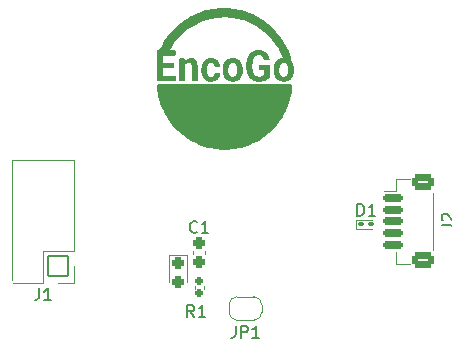
<source format=gbr>
%TF.GenerationSoftware,KiCad,Pcbnew,9.0.6+1*%
%TF.CreationDate,Date%
%TF.ProjectId,kibot-test-cicd,6b69626f-742d-4746-9573-742d63696364,0.1.0+ (Unreleased)*%
%TF.SameCoordinates,Original*%
%TF.FileFunction,Legend,Top*%
%TF.FilePolarity,Positive*%
%FSLAX46Y46*%
G04 Gerber Fmt 4.6, Leading zero omitted, Abs format (unit mm)*
G04 Created by KiCad*
%MOMM*%
%LPD*%
G01*
G04 APERTURE LIST*
G04 Aperture macros list*
%AMRoundRect*
0 Rectangle with rounded corners*
0 $1 Rounding radius*
0 $2 $3 $4 $5 $6 $7 $8 $9 X,Y pos of 4 corners*
0 Add a 4 corners polygon primitive as box body*
4,1,4,$2,$3,$4,$5,$6,$7,$8,$9,$2,$3,0*
0 Add four circle primitives for the rounded corners*
1,1,$1+$1,$2,$3*
1,1,$1+$1,$4,$5*
1,1,$1+$1,$6,$7*
1,1,$1+$1,$8,$9*
0 Add four rect primitives between the rounded corners*
20,1,$1+$1,$2,$3,$4,$5,0*
20,1,$1+$1,$4,$5,$6,$7,0*
20,1,$1+$1,$6,$7,$8,$9,0*
20,1,$1+$1,$8,$9,$2,$3,0*%
%AMFreePoly0*
4,1,39,0.535355,0.785355,0.550000,0.750000,0.550000,-0.750000,0.535355,-0.785355,0.500000,-0.800000,0.000000,-0.800000,-0.010328,-0.795722,-0.065263,-0.795722,-0.078204,-0.794018,-0.204283,-0.760236,-0.216342,-0.755241,-0.329381,-0.689978,-0.339736,-0.682032,-0.432032,-0.589736,-0.439978,-0.579381,-0.505241,-0.466342,-0.510236,-0.454283,-0.544018,-0.328204,-0.545722,-0.315263,-0.545722,-0.260327,
-0.550000,-0.250000,-0.550000,0.250000,-0.545722,0.260327,-0.545722,0.315263,-0.544018,0.328204,-0.510236,0.454283,-0.505241,0.466342,-0.439978,0.579381,-0.432032,0.589736,-0.339736,0.682032,-0.329381,0.689978,-0.216342,0.755241,-0.204283,0.760236,-0.078204,0.794018,-0.065263,0.795722,-0.010328,0.795722,0.000000,0.800000,0.500000,0.800000,0.535355,0.785355,0.535355,0.785355,
$1*%
%AMFreePoly1*
4,1,39,0.010328,0.795722,0.065263,0.795722,0.078204,0.794018,0.204283,0.760236,0.216342,0.755241,0.329381,0.689978,0.339736,0.682032,0.432032,0.589736,0.439978,0.579381,0.505241,0.466342,0.510236,0.454283,0.544018,0.328204,0.545722,0.315263,0.545722,0.260327,0.550000,0.250000,0.550000,-0.250000,0.545722,-0.260327,0.545722,-0.315263,0.544018,-0.328204,0.510236,-0.454283,
0.505241,-0.466342,0.439978,-0.579381,0.432032,-0.589736,0.339736,-0.682032,0.329381,-0.689978,0.216342,-0.755241,0.204283,-0.760236,0.078204,-0.794018,0.065263,-0.795722,0.010328,-0.795722,0.000000,-0.800000,-0.500000,-0.800000,-0.535355,-0.785355,-0.550000,-0.750000,-0.550000,0.750000,-0.535355,0.785355,-0.500000,0.800000,0.000000,0.800000,0.010328,0.795722,0.010328,0.795722,
$1*%
G04 Aperture macros list end*
%ADD10C,0.000000*%
%ADD11C,0.150000*%
%ADD12C,0.120000*%
%ADD13FreePoly0,180.000000*%
%ADD14FreePoly1,180.000000*%
%ADD15RoundRect,0.087500X0.142500X0.087500X-0.142500X0.087500X-0.142500X-0.087500X0.142500X-0.087500X0*%
%ADD16C,5.200000*%
%ADD17RoundRect,0.243750X-0.281250X0.243750X-0.281250X-0.243750X0.281250X-0.243750X0.281250X0.243750X0*%
%ADD18RoundRect,0.250000X0.275000X-0.250000X0.275000X0.250000X-0.275000X0.250000X-0.275000X-0.250000X0*%
%ADD19RoundRect,0.175000X-0.650000X0.175000X-0.650000X-0.175000X0.650000X-0.175000X0.650000X0.175000X0*%
%ADD20RoundRect,0.270833X-0.679167X0.379167X-0.679167X-0.379167X0.679167X-0.379167X0.679167X0.379167X0*%
%ADD21RoundRect,0.160000X-0.210000X0.160000X-0.210000X-0.160000X0.210000X-0.160000X0.210000X0.160000X0*%
%ADD22RoundRect,0.050000X0.850000X0.850000X-0.850000X0.850000X-0.850000X-0.850000X0.850000X-0.850000X0*%
%ADD23C,1.800000*%
G04 APERTURE END LIST*
D10*
G36*
X153263793Y-76327040D02*
G01*
X153308528Y-76329849D01*
X153352197Y-76334532D01*
X153394799Y-76341089D01*
X153436334Y-76349521D01*
X153476803Y-76359827D01*
X153516205Y-76372008D01*
X153554541Y-76386064D01*
X153591810Y-76401997D01*
X153628013Y-76419805D01*
X153663148Y-76439490D01*
X153697218Y-76461053D01*
X153730220Y-76484492D01*
X153762156Y-76509810D01*
X153793026Y-76537006D01*
X153822829Y-76566080D01*
X153837786Y-76581744D01*
X153852301Y-76597780D01*
X153866375Y-76614189D01*
X153880012Y-76630969D01*
X153893215Y-76648121D01*
X153905986Y-76665646D01*
X153918330Y-76683543D01*
X153930250Y-76701811D01*
X153938498Y-76715428D01*
X153946521Y-76729883D01*
X153961886Y-76760968D01*
X153976325Y-76794402D01*
X153989818Y-76829518D01*
X154002345Y-76865651D01*
X154013886Y-76902135D01*
X154024422Y-76938304D01*
X154033933Y-76973492D01*
X154049800Y-77038263D01*
X154061330Y-77091123D01*
X154070743Y-77139802D01*
X154073485Y-77156867D01*
X154076112Y-77175401D01*
X154078561Y-77194812D01*
X154080771Y-77214507D01*
X154082678Y-77233895D01*
X154084220Y-77252383D01*
X154085334Y-77269379D01*
X154085957Y-77284291D01*
X154086368Y-77316272D01*
X154086208Y-77354379D01*
X154085533Y-77393836D01*
X154084396Y-77429865D01*
X154083569Y-77445736D01*
X154080679Y-77486525D01*
X154078267Y-77513066D01*
X154075109Y-77541999D01*
X154071128Y-77572045D01*
X154066246Y-77601923D01*
X154062067Y-77624484D01*
X154057473Y-77646725D01*
X154052470Y-77668650D01*
X154047063Y-77690261D01*
X154041260Y-77711563D01*
X154035066Y-77732557D01*
X154028487Y-77753248D01*
X154021531Y-77773638D01*
X154013987Y-77794220D01*
X154006040Y-77814492D01*
X153997690Y-77834456D01*
X153988937Y-77854113D01*
X153979781Y-77873462D01*
X153970222Y-77892505D01*
X153960260Y-77911243D01*
X153949895Y-77929676D01*
X153939126Y-77947805D01*
X153927955Y-77965631D01*
X153916380Y-77983155D01*
X153904403Y-78000378D01*
X153892022Y-78017299D01*
X153879239Y-78033921D01*
X153866052Y-78050243D01*
X153852462Y-78066267D01*
X153822420Y-78098944D01*
X153791131Y-78129508D01*
X153758593Y-78157958D01*
X153724805Y-78184296D01*
X153689765Y-78208523D01*
X153653474Y-78230639D01*
X153615929Y-78250644D01*
X153577130Y-78268541D01*
X153537074Y-78284329D01*
X153495762Y-78298010D01*
X153453192Y-78309584D01*
X153409363Y-78319052D01*
X153364273Y-78326414D01*
X153317922Y-78331672D01*
X153270308Y-78334826D01*
X153221430Y-78335877D01*
X153172546Y-78334829D01*
X153124915Y-78331685D01*
X153078535Y-78326444D01*
X153033407Y-78319105D01*
X152989530Y-78309670D01*
X152946903Y-78298136D01*
X152905527Y-78284504D01*
X152865401Y-78268773D01*
X152826524Y-78250943D01*
X152788897Y-78231013D01*
X152752518Y-78208984D01*
X152717388Y-78184855D01*
X152683505Y-78158624D01*
X152650870Y-78130293D01*
X152619482Y-78099860D01*
X152589342Y-78067326D01*
X152574869Y-78049695D01*
X152560918Y-78030480D01*
X152547482Y-78009822D01*
X152534560Y-77987862D01*
X152510236Y-77940598D01*
X152487915Y-77889811D01*
X152467564Y-77836626D01*
X152449151Y-77782166D01*
X152432644Y-77727557D01*
X152418011Y-77673923D01*
X152405219Y-77622388D01*
X152394237Y-77574077D01*
X152377574Y-77491621D01*
X152364551Y-77414863D01*
X152360197Y-77383427D01*
X152356630Y-77355940D01*
X152355908Y-77349776D01*
X152842283Y-77349776D01*
X152842668Y-77383798D01*
X152843821Y-77416809D01*
X152845742Y-77448808D01*
X152848431Y-77479793D01*
X152851887Y-77509765D01*
X152856110Y-77538722D01*
X152861100Y-77566664D01*
X152866857Y-77593589D01*
X152873379Y-77619498D01*
X152880666Y-77644388D01*
X152888719Y-77668260D01*
X152897536Y-77691113D01*
X152907117Y-77712946D01*
X152917463Y-77733757D01*
X152928572Y-77753547D01*
X152940444Y-77772315D01*
X152940443Y-77772315D01*
X152953029Y-77790004D01*
X152966277Y-77806557D01*
X152980190Y-77821974D01*
X152994765Y-77836253D01*
X153010005Y-77849395D01*
X153025908Y-77861398D01*
X153042474Y-77872261D01*
X153059704Y-77881985D01*
X153077598Y-77890567D01*
X153096155Y-77898008D01*
X153115375Y-77904306D01*
X153135259Y-77909460D01*
X153155807Y-77913471D01*
X153177018Y-77916336D01*
X153198892Y-77918056D01*
X153221430Y-77918630D01*
X153237445Y-77918329D01*
X153253142Y-77917427D01*
X153268522Y-77915923D01*
X153283583Y-77913818D01*
X153298324Y-77911111D01*
X153312746Y-77907802D01*
X153326846Y-77903893D01*
X153340625Y-77899381D01*
X153354082Y-77894268D01*
X153367215Y-77888554D01*
X153380024Y-77882238D01*
X153392509Y-77875321D01*
X153404667Y-77867802D01*
X153416500Y-77859681D01*
X153428005Y-77850959D01*
X153439183Y-77841636D01*
X153447232Y-77834331D01*
X153455107Y-77826703D01*
X153462809Y-77818753D01*
X153470338Y-77810481D01*
X153477692Y-77801886D01*
X153484873Y-77792969D01*
X153491881Y-77783729D01*
X153498714Y-77774167D01*
X153510825Y-77755433D01*
X153522155Y-77735348D01*
X153532703Y-77713910D01*
X153542470Y-77691121D01*
X153551455Y-77666980D01*
X153559659Y-77641487D01*
X153567082Y-77614642D01*
X153573723Y-77586445D01*
X153579584Y-77556897D01*
X153584662Y-77525996D01*
X153588960Y-77493744D01*
X153592476Y-77460140D01*
X153595210Y-77425184D01*
X153597164Y-77388876D01*
X153598336Y-77351216D01*
X153598727Y-77312205D01*
X153598336Y-77278799D01*
X153597164Y-77246348D01*
X153595210Y-77214853D01*
X153592476Y-77184312D01*
X153588960Y-77154726D01*
X153584662Y-77126095D01*
X153579584Y-77098419D01*
X153573723Y-77071698D01*
X153567082Y-77045933D01*
X153559659Y-77021122D01*
X153551455Y-76997266D01*
X153542470Y-76974365D01*
X153532703Y-76952419D01*
X153522155Y-76931428D01*
X153510825Y-76911392D01*
X153498714Y-76892311D01*
X153487760Y-76876718D01*
X153476329Y-76861987D01*
X153464420Y-76848118D01*
X153452036Y-76835111D01*
X153439175Y-76822966D01*
X153425839Y-76811683D01*
X153412028Y-76801262D01*
X153397742Y-76791703D01*
X153382982Y-76783006D01*
X153367748Y-76775171D01*
X153352040Y-76768198D01*
X153335859Y-76762086D01*
X153319205Y-76756837D01*
X153302079Y-76752450D01*
X153284480Y-76748924D01*
X153266410Y-76746261D01*
X153260531Y-76745604D01*
X153254603Y-76745025D01*
X153248625Y-76744526D01*
X153242598Y-76744111D01*
X153236520Y-76743783D01*
X153230394Y-76743545D01*
X153224217Y-76743400D01*
X153217992Y-76743350D01*
X153195884Y-76743930D01*
X153174410Y-76745669D01*
X153153569Y-76748567D01*
X153133362Y-76752623D01*
X153123496Y-76755086D01*
X153113789Y-76757838D01*
X153104240Y-76760879D01*
X153094850Y-76764210D01*
X153085619Y-76767830D01*
X153076547Y-76771739D01*
X153067633Y-76775938D01*
X153058878Y-76780425D01*
X153050282Y-76785202D01*
X153041845Y-76790268D01*
X153033567Y-76795623D01*
X153025448Y-76801267D01*
X153017488Y-76807200D01*
X153009687Y-76813422D01*
X153002046Y-76819932D01*
X152994564Y-76826732D01*
X152987241Y-76833820D01*
X152980077Y-76841197D01*
X152966228Y-76856816D01*
X152953017Y-76873590D01*
X152940444Y-76891518D01*
X152928572Y-76910654D01*
X152917463Y-76931057D01*
X152907117Y-76952725D01*
X152897536Y-76975659D01*
X152888719Y-76999860D01*
X152880666Y-77025328D01*
X152873379Y-77052063D01*
X152866857Y-77080066D01*
X152861100Y-77109337D01*
X152856110Y-77139877D01*
X152851887Y-77171685D01*
X152848431Y-77204763D01*
X152845742Y-77239111D01*
X152843821Y-77274728D01*
X152842668Y-77311617D01*
X152842283Y-77349776D01*
X152355908Y-77349776D01*
X152354218Y-77335359D01*
X152353562Y-77328582D01*
X152353332Y-77324640D01*
X152353931Y-77313885D01*
X152355562Y-77293208D01*
X152357976Y-77265585D01*
X152360926Y-77233994D01*
X152366292Y-77187184D01*
X152373271Y-77136027D01*
X152383356Y-77072909D01*
X152396727Y-77002734D01*
X152404702Y-76966533D01*
X152413567Y-76930407D01*
X152423343Y-76894969D01*
X152434055Y-76860832D01*
X152445723Y-76828609D01*
X152458372Y-76798913D01*
X152471829Y-76771085D01*
X152486005Y-76744058D01*
X152500902Y-76717830D01*
X152516519Y-76692402D01*
X152532857Y-76667774D01*
X152549916Y-76643946D01*
X152567697Y-76620918D01*
X152586199Y-76598690D01*
X152605425Y-76577262D01*
X152625373Y-76556634D01*
X152646044Y-76536805D01*
X152667439Y-76517777D01*
X152689558Y-76499549D01*
X152712401Y-76482120D01*
X152735969Y-76465492D01*
X152760262Y-76449663D01*
X152780921Y-76437149D01*
X152801922Y-76425305D01*
X152823264Y-76414129D01*
X152844949Y-76403622D01*
X152866976Y-76393783D01*
X152889347Y-76384612D01*
X152912061Y-76376108D01*
X152935118Y-76368271D01*
X152958520Y-76361101D01*
X152982266Y-76354597D01*
X153006358Y-76348759D01*
X153030794Y-76343586D01*
X153055576Y-76339079D01*
X153080705Y-76335236D01*
X153106180Y-76332057D01*
X153132001Y-76329543D01*
X153142544Y-76328711D01*
X153153139Y-76328000D01*
X153163790Y-76327408D01*
X153174500Y-76326930D01*
X153196109Y-76326306D01*
X153217991Y-76326103D01*
X153263793Y-76327040D01*
G37*
G36*
X153740884Y-78522188D02*
G01*
X153752381Y-78523104D01*
X153763694Y-78524611D01*
X153774808Y-78526693D01*
X153785709Y-78529333D01*
X153796381Y-78532517D01*
X153806810Y-78536227D01*
X153816980Y-78540447D01*
X153826878Y-78545163D01*
X153836487Y-78550357D01*
X153845793Y-78556013D01*
X153854781Y-78562116D01*
X153863436Y-78568649D01*
X153871743Y-78575597D01*
X153879688Y-78582943D01*
X153887255Y-78590671D01*
X153894429Y-78598766D01*
X153901196Y-78607210D01*
X153907541Y-78615989D01*
X153913448Y-78625085D01*
X153918903Y-78634484D01*
X153923891Y-78644168D01*
X153928398Y-78654122D01*
X153932407Y-78664331D01*
X153935904Y-78674776D01*
X153938875Y-78685444D01*
X153941304Y-78696317D01*
X153943176Y-78707380D01*
X153944477Y-78718616D01*
X153945192Y-78730009D01*
X153945305Y-78741545D01*
X153944802Y-78753205D01*
X153918706Y-79030816D01*
X153879588Y-79304434D01*
X153827764Y-79573744D01*
X153763550Y-79838429D01*
X153687261Y-80098173D01*
X153599215Y-80352660D01*
X153499726Y-80601574D01*
X153389112Y-80844598D01*
X153267688Y-81081417D01*
X153135770Y-81311715D01*
X152993675Y-81535175D01*
X152841718Y-81751481D01*
X152680216Y-81960318D01*
X152509484Y-82161368D01*
X152329839Y-82354316D01*
X152141597Y-82538846D01*
X151945074Y-82714642D01*
X151740585Y-82881386D01*
X151528448Y-83038765D01*
X151308978Y-83186460D01*
X151082491Y-83324156D01*
X150849303Y-83451538D01*
X150609731Y-83568288D01*
X150364090Y-83674091D01*
X150112697Y-83768630D01*
X149855867Y-83851590D01*
X149593917Y-83922654D01*
X149327163Y-83981506D01*
X149055921Y-84027831D01*
X148780506Y-84061311D01*
X148501236Y-84081631D01*
X148218425Y-84088474D01*
X147935615Y-84081631D01*
X147656344Y-84061310D01*
X147380930Y-84027830D01*
X147109688Y-83981505D01*
X146842933Y-83922652D01*
X146580983Y-83851588D01*
X146324154Y-83768627D01*
X146072760Y-83674087D01*
X145827119Y-83568284D01*
X145587547Y-83451533D01*
X145354359Y-83324150D01*
X145127872Y-83186453D01*
X144908402Y-83038757D01*
X144696265Y-82881378D01*
X144491777Y-82714632D01*
X144295253Y-82538836D01*
X144107011Y-82354306D01*
X143927366Y-82161357D01*
X143756635Y-81960307D01*
X143595132Y-81751470D01*
X143443175Y-81535164D01*
X143301080Y-81311704D01*
X143169162Y-81081406D01*
X143047738Y-80844587D01*
X142937124Y-80601563D01*
X142837636Y-80352650D01*
X142749589Y-80098164D01*
X142673301Y-79838421D01*
X142609086Y-79573738D01*
X142557262Y-79304430D01*
X142518144Y-79030813D01*
X142492048Y-78753205D01*
X142491545Y-78741545D01*
X142491658Y-78730009D01*
X142492372Y-78718616D01*
X142493673Y-78707380D01*
X142495545Y-78696317D01*
X142497973Y-78685444D01*
X142500943Y-78674776D01*
X142504439Y-78664331D01*
X142508448Y-78654122D01*
X142512953Y-78644168D01*
X142517940Y-78634484D01*
X142523395Y-78625085D01*
X142529301Y-78615989D01*
X142535645Y-78607210D01*
X142542411Y-78598766D01*
X142549585Y-78590671D01*
X142557152Y-78582943D01*
X142565096Y-78575597D01*
X142573403Y-78568649D01*
X142582057Y-78562116D01*
X142591045Y-78556013D01*
X142600351Y-78550357D01*
X142609961Y-78545163D01*
X142619858Y-78540447D01*
X142630029Y-78536227D01*
X142640459Y-78532517D01*
X142651132Y-78529333D01*
X142662034Y-78526693D01*
X142673149Y-78524611D01*
X142684464Y-78523104D01*
X142695963Y-78522188D01*
X142707631Y-78521879D01*
X153729219Y-78521879D01*
X153740884Y-78522188D01*
G37*
G36*
X144018000Y-75692000D02*
G01*
X144022017Y-75692308D01*
X144025978Y-75692816D01*
X144029876Y-75693517D01*
X144033708Y-75694407D01*
X144037468Y-75695481D01*
X144041151Y-75696734D01*
X144044751Y-75698160D01*
X144048265Y-75699755D01*
X144051686Y-75701513D01*
X144055010Y-75703430D01*
X144058231Y-75705501D01*
X144061345Y-75707719D01*
X144064346Y-75710081D01*
X144067230Y-75712580D01*
X144069990Y-75715213D01*
X144072623Y-75717974D01*
X144075123Y-75720857D01*
X144077484Y-75723858D01*
X144079703Y-75726972D01*
X144081773Y-75730194D01*
X144083690Y-75733517D01*
X144085448Y-75736939D01*
X144087043Y-75740452D01*
X144088470Y-75744053D01*
X144089723Y-75747735D01*
X144090796Y-75751495D01*
X144091687Y-75755327D01*
X144092388Y-75759226D01*
X144092895Y-75763186D01*
X144093203Y-75767203D01*
X144093307Y-75771272D01*
X144093307Y-76047761D01*
X144093203Y-76051830D01*
X144092895Y-76055847D01*
X144092388Y-76059807D01*
X144091687Y-76063706D01*
X144090796Y-76067538D01*
X144089723Y-76071297D01*
X144088470Y-76074980D01*
X144087043Y-76078581D01*
X144085448Y-76082094D01*
X144083690Y-76085515D01*
X144081773Y-76088839D01*
X144079703Y-76092061D01*
X144077484Y-76095174D01*
X144075123Y-76098176D01*
X144072623Y-76101059D01*
X144069990Y-76103820D01*
X144067230Y-76106452D01*
X144064346Y-76108952D01*
X144061345Y-76111314D01*
X144058231Y-76113532D01*
X144055010Y-76115602D01*
X144051686Y-76117519D01*
X144048265Y-76119278D01*
X144044751Y-76120873D01*
X144041151Y-76122299D01*
X144037468Y-76123552D01*
X144033708Y-76124626D01*
X144029876Y-76125516D01*
X144025978Y-76126217D01*
X144022017Y-76126724D01*
X144018000Y-76127032D01*
X144013932Y-76127136D01*
X143032327Y-76127136D01*
X143028259Y-76127240D01*
X143024242Y-76127548D01*
X143020281Y-76128055D01*
X143016383Y-76128756D01*
X143012551Y-76129646D01*
X143008791Y-76130720D01*
X143005108Y-76131973D01*
X143001508Y-76133399D01*
X142997994Y-76134994D01*
X142994573Y-76136753D01*
X142991249Y-76138670D01*
X142988028Y-76140740D01*
X142984914Y-76142958D01*
X142981913Y-76145320D01*
X142979029Y-76147820D01*
X142976269Y-76150453D01*
X142973636Y-76153213D01*
X142971136Y-76156097D01*
X142968775Y-76159098D01*
X142966556Y-76162212D01*
X142964486Y-76165433D01*
X142962569Y-76168757D01*
X142960811Y-76172178D01*
X142959216Y-76175691D01*
X142957789Y-76179292D01*
X142956536Y-76182975D01*
X142955463Y-76186735D01*
X142954572Y-76190566D01*
X142953871Y-76194465D01*
X142953364Y-76198425D01*
X142953056Y-76202443D01*
X142952952Y-76206511D01*
X142952952Y-76669532D01*
X142953056Y-76673601D01*
X142953364Y-76677618D01*
X142953871Y-76681578D01*
X142954572Y-76685477D01*
X142955463Y-76689308D01*
X142956536Y-76693068D01*
X142957789Y-76696751D01*
X142959216Y-76700352D01*
X142960811Y-76703865D01*
X142962569Y-76707286D01*
X142964486Y-76710610D01*
X142966556Y-76713831D01*
X142968775Y-76716945D01*
X142971136Y-76719946D01*
X142973636Y-76722830D01*
X142976269Y-76725590D01*
X142979029Y-76728223D01*
X142981913Y-76730723D01*
X142984914Y-76733085D01*
X142988028Y-76735303D01*
X142991249Y-76737373D01*
X142994573Y-76739290D01*
X142997994Y-76741049D01*
X143001508Y-76742644D01*
X143005108Y-76744070D01*
X143008791Y-76745323D01*
X143012551Y-76746397D01*
X143016383Y-76747287D01*
X143020281Y-76747988D01*
X143024242Y-76748495D01*
X143028259Y-76748803D01*
X143032327Y-76748907D01*
X143848038Y-76748907D01*
X143852106Y-76749011D01*
X143856124Y-76749319D01*
X143860084Y-76749826D01*
X143863983Y-76750527D01*
X143867814Y-76751417D01*
X143871574Y-76752491D01*
X143875257Y-76753744D01*
X143878858Y-76755170D01*
X143882371Y-76756765D01*
X143885792Y-76758524D01*
X143889116Y-76760441D01*
X143892337Y-76762511D01*
X143895451Y-76764729D01*
X143898452Y-76767091D01*
X143901336Y-76769591D01*
X143904096Y-76772223D01*
X143906729Y-76774984D01*
X143909229Y-76777867D01*
X143911590Y-76780869D01*
X143913809Y-76783982D01*
X143915879Y-76787204D01*
X143917796Y-76790528D01*
X143919555Y-76793949D01*
X143921150Y-76797462D01*
X143922576Y-76801063D01*
X143923829Y-76804746D01*
X143924903Y-76808506D01*
X143925793Y-76812337D01*
X143926494Y-76816236D01*
X143927001Y-76820196D01*
X143927309Y-76824213D01*
X143927413Y-76828282D01*
X143927413Y-77090484D01*
X143927309Y-77094553D01*
X143927001Y-77098570D01*
X143926494Y-77102530D01*
X143925793Y-77106429D01*
X143924903Y-77110261D01*
X143923829Y-77114020D01*
X143922576Y-77117703D01*
X143921150Y-77121304D01*
X143919555Y-77124817D01*
X143917796Y-77128239D01*
X143915879Y-77131562D01*
X143913809Y-77134784D01*
X143911590Y-77137898D01*
X143909229Y-77140899D01*
X143906729Y-77143782D01*
X143904096Y-77146543D01*
X143901336Y-77149175D01*
X143898452Y-77151675D01*
X143895451Y-77154037D01*
X143892337Y-77156255D01*
X143889116Y-77158326D01*
X143885792Y-77160242D01*
X143882371Y-77162001D01*
X143878858Y-77163596D01*
X143875257Y-77165022D01*
X143871574Y-77166275D01*
X143867814Y-77167349D01*
X143863983Y-77168239D01*
X143860084Y-77168940D01*
X143856124Y-77169447D01*
X143852106Y-77169755D01*
X143848038Y-77169859D01*
X143032327Y-77169859D01*
X143028259Y-77169963D01*
X143024242Y-77170271D01*
X143020281Y-77170778D01*
X143016383Y-77171479D01*
X143012551Y-77172369D01*
X143008791Y-77173443D01*
X143005108Y-77174696D01*
X143001508Y-77176122D01*
X142997994Y-77177717D01*
X142994573Y-77179476D01*
X142991249Y-77181393D01*
X142988028Y-77183463D01*
X142984914Y-77185682D01*
X142981913Y-77188043D01*
X142979029Y-77190543D01*
X142976269Y-77193176D01*
X142973636Y-77195936D01*
X142971136Y-77198820D01*
X142968775Y-77201821D01*
X142966556Y-77204935D01*
X142964486Y-77208156D01*
X142962569Y-77211480D01*
X142960811Y-77214901D01*
X142959216Y-77218414D01*
X142957789Y-77222015D01*
X142956536Y-77225698D01*
X142955463Y-77229458D01*
X142954572Y-77233290D01*
X142953871Y-77237188D01*
X142953364Y-77241149D01*
X142953056Y-77245166D01*
X142952952Y-77249234D01*
X142952952Y-77788984D01*
X142953056Y-77793052D01*
X142953364Y-77797070D01*
X142953871Y-77801030D01*
X142954572Y-77804929D01*
X142955463Y-77808760D01*
X142956536Y-77812520D01*
X142957789Y-77816203D01*
X142959216Y-77819804D01*
X142960811Y-77823317D01*
X142962569Y-77826738D01*
X142964486Y-77830062D01*
X142966556Y-77833283D01*
X142968775Y-77836397D01*
X142971136Y-77839398D01*
X142973636Y-77842282D01*
X142976269Y-77845042D01*
X142979029Y-77847675D01*
X142981913Y-77850175D01*
X142984914Y-77852537D01*
X142988028Y-77854755D01*
X142991249Y-77856825D01*
X142994573Y-77858742D01*
X142997994Y-77860501D01*
X143001508Y-77862096D01*
X143005108Y-77863522D01*
X143008791Y-77864775D01*
X143012551Y-77865849D01*
X143016383Y-77866739D01*
X143020281Y-77867440D01*
X143024242Y-77867947D01*
X143028259Y-77868255D01*
X143032327Y-77868359D01*
X144017106Y-77868359D01*
X144021175Y-77868463D01*
X144025192Y-77868771D01*
X144029153Y-77869278D01*
X144033051Y-77869979D01*
X144036883Y-77870869D01*
X144040643Y-77871943D01*
X144044326Y-77873196D01*
X144047926Y-77874622D01*
X144051440Y-77876217D01*
X144054861Y-77877976D01*
X144058185Y-77879893D01*
X144061406Y-77881963D01*
X144064520Y-77884182D01*
X144067521Y-77886543D01*
X144070405Y-77889043D01*
X144073165Y-77891676D01*
X144075798Y-77894436D01*
X144078298Y-77897320D01*
X144080659Y-77900321D01*
X144082878Y-77903435D01*
X144084948Y-77906656D01*
X144086865Y-77909980D01*
X144088623Y-77913401D01*
X144090218Y-77916915D01*
X144091645Y-77920515D01*
X144092897Y-77924198D01*
X144093971Y-77927958D01*
X144094862Y-77931790D01*
X144095563Y-77935688D01*
X144096070Y-77939649D01*
X144096378Y-77943666D01*
X144096482Y-77947734D01*
X144096482Y-78220784D01*
X144096378Y-78224853D01*
X144096070Y-78228870D01*
X144095563Y-78232830D01*
X144094862Y-78236729D01*
X144093971Y-78240561D01*
X144092897Y-78244320D01*
X144091645Y-78248003D01*
X144090218Y-78251604D01*
X144088623Y-78255117D01*
X144086865Y-78258538D01*
X144084948Y-78261862D01*
X144082878Y-78265084D01*
X144080659Y-78268197D01*
X144078298Y-78271198D01*
X144075798Y-78274082D01*
X144073165Y-78276843D01*
X144070405Y-78279475D01*
X144067521Y-78281975D01*
X144064520Y-78284337D01*
X144061406Y-78286555D01*
X144058185Y-78288625D01*
X144054861Y-78290542D01*
X144051440Y-78292301D01*
X144047926Y-78293896D01*
X144044326Y-78295322D01*
X144040643Y-78296575D01*
X144036883Y-78297649D01*
X144033051Y-78298539D01*
X144029153Y-78299240D01*
X144025192Y-78299747D01*
X144021175Y-78300055D01*
X144017106Y-78300159D01*
X142524592Y-78300159D01*
X142520523Y-78300055D01*
X142516506Y-78299747D01*
X142512546Y-78299240D01*
X142508647Y-78298539D01*
X142504815Y-78297649D01*
X142501056Y-78296575D01*
X142497373Y-78295322D01*
X142493772Y-78293896D01*
X142490259Y-78292301D01*
X142486838Y-78290542D01*
X142483514Y-78288625D01*
X142480292Y-78286555D01*
X142477179Y-78284337D01*
X142474177Y-78281975D01*
X142471294Y-78279475D01*
X142468533Y-78276843D01*
X142465901Y-78274082D01*
X142463401Y-78271198D01*
X142461039Y-78268197D01*
X142458821Y-78265084D01*
X142456751Y-78261862D01*
X142454834Y-78258538D01*
X142453075Y-78255117D01*
X142451480Y-78251604D01*
X142450054Y-78248003D01*
X142448801Y-78244320D01*
X142447727Y-78240561D01*
X142446837Y-78236729D01*
X142446136Y-78232830D01*
X142445629Y-78228870D01*
X142445321Y-78224853D01*
X142445217Y-78220784D01*
X142445217Y-75771272D01*
X142445321Y-75767203D01*
X142445629Y-75763186D01*
X142446136Y-75759226D01*
X142446837Y-75755327D01*
X142447727Y-75751495D01*
X142448801Y-75747735D01*
X142450054Y-75744053D01*
X142451480Y-75740452D01*
X142453075Y-75736939D01*
X142454834Y-75733517D01*
X142456751Y-75730194D01*
X142458821Y-75726972D01*
X142461039Y-75723858D01*
X142463401Y-75720857D01*
X142465901Y-75717974D01*
X142468533Y-75715213D01*
X142471294Y-75712580D01*
X142474177Y-75710081D01*
X142477179Y-75707719D01*
X142480292Y-75705501D01*
X142483514Y-75703430D01*
X142486838Y-75701513D01*
X142490259Y-75699755D01*
X142493772Y-75698160D01*
X142497373Y-75696734D01*
X142501056Y-75695481D01*
X142504815Y-75694407D01*
X142508647Y-75693517D01*
X142512546Y-75692816D01*
X142516506Y-75692308D01*
X142520523Y-75692000D01*
X142524592Y-75691897D01*
X144013932Y-75691897D01*
X144018000Y-75692000D01*
G37*
G36*
X148944206Y-76327040D02*
G01*
X148988941Y-76329849D01*
X149032610Y-76334532D01*
X149075212Y-76341089D01*
X149116747Y-76349521D01*
X149157216Y-76359827D01*
X149196618Y-76372008D01*
X149234954Y-76386064D01*
X149272223Y-76401997D01*
X149308425Y-76419805D01*
X149343561Y-76439491D01*
X149377630Y-76461053D01*
X149410633Y-76484493D01*
X149442569Y-76509810D01*
X149473438Y-76537006D01*
X149503241Y-76566080D01*
X149517678Y-76581811D01*
X149531715Y-76598909D01*
X149545350Y-76617251D01*
X149558579Y-76636716D01*
X149583799Y-76678521D01*
X149607347Y-76723346D01*
X149629189Y-76770211D01*
X149649296Y-76818138D01*
X149667635Y-76866147D01*
X149684177Y-76913260D01*
X149698889Y-76958496D01*
X149711740Y-77000878D01*
X149731737Y-77073160D01*
X149748034Y-77140385D01*
X149751403Y-77157333D01*
X149754616Y-77175758D01*
X149757596Y-77195070D01*
X149760268Y-77214679D01*
X149762556Y-77233996D01*
X149764386Y-77252430D01*
X149765682Y-77269391D01*
X149766369Y-77284291D01*
X149766481Y-77299201D01*
X149766130Y-77316211D01*
X149765357Y-77334727D01*
X149764203Y-77354154D01*
X149762707Y-77373899D01*
X149760911Y-77393367D01*
X149758855Y-77411965D01*
X149756579Y-77429098D01*
X149743652Y-77503392D01*
X149727098Y-77583333D01*
X149703464Y-77680313D01*
X149688911Y-77732500D01*
X149672489Y-77785714D01*
X149654166Y-77838880D01*
X149633908Y-77890919D01*
X149611683Y-77940754D01*
X149587458Y-77987309D01*
X149561199Y-78029506D01*
X149547297Y-78048633D01*
X149532874Y-78066267D01*
X149502832Y-78098944D01*
X149471543Y-78129508D01*
X149439005Y-78157958D01*
X149405217Y-78184296D01*
X149370178Y-78208523D01*
X149333886Y-78230639D01*
X149296342Y-78250644D01*
X149257542Y-78268541D01*
X149217487Y-78284329D01*
X149176175Y-78298010D01*
X149133605Y-78309584D01*
X149089776Y-78319052D01*
X149044686Y-78326414D01*
X148998335Y-78331672D01*
X148950721Y-78334826D01*
X148901843Y-78335877D01*
X148852959Y-78334829D01*
X148805328Y-78331685D01*
X148758948Y-78326444D01*
X148713819Y-78319105D01*
X148669942Y-78309670D01*
X148627316Y-78298136D01*
X148585939Y-78284504D01*
X148545813Y-78268773D01*
X148506936Y-78250943D01*
X148469309Y-78231013D01*
X148432930Y-78208984D01*
X148397799Y-78184855D01*
X148363917Y-78158624D01*
X148331282Y-78130293D01*
X148299894Y-78099860D01*
X148269754Y-78067326D01*
X148255281Y-78049695D01*
X148241329Y-78030480D01*
X148227894Y-78009822D01*
X148214972Y-77987862D01*
X148190648Y-77940598D01*
X148168327Y-77889811D01*
X148147976Y-77836626D01*
X148129563Y-77782166D01*
X148113056Y-77727557D01*
X148098422Y-77673923D01*
X148085631Y-77622388D01*
X148074649Y-77574077D01*
X148057986Y-77491621D01*
X148044963Y-77414863D01*
X148040610Y-77383427D01*
X148037042Y-77355940D01*
X148036320Y-77349776D01*
X148522696Y-77349776D01*
X148523080Y-77383799D01*
X148524233Y-77416810D01*
X148526154Y-77448808D01*
X148528843Y-77479794D01*
X148532300Y-77509766D01*
X148536523Y-77538723D01*
X148541513Y-77566664D01*
X148547269Y-77593590D01*
X148553791Y-77619498D01*
X148561078Y-77644389D01*
X148569131Y-77668261D01*
X148577948Y-77691113D01*
X148587530Y-77712946D01*
X148597875Y-77733758D01*
X148608984Y-77753548D01*
X148620856Y-77772315D01*
X148633442Y-77790004D01*
X148646690Y-77806557D01*
X148660603Y-77821974D01*
X148675179Y-77836254D01*
X148690418Y-77849395D01*
X148706321Y-77861398D01*
X148722887Y-77872262D01*
X148740117Y-77881985D01*
X148758011Y-77890567D01*
X148776568Y-77898008D01*
X148795788Y-77904306D01*
X148815672Y-77909461D01*
X148836220Y-77913471D01*
X148857431Y-77916337D01*
X148879306Y-77918057D01*
X148901844Y-77918630D01*
X148923718Y-77918066D01*
X148944991Y-77916373D01*
X148965660Y-77913551D01*
X148985725Y-77909601D01*
X149005186Y-77904522D01*
X149024041Y-77898315D01*
X149033241Y-77894788D01*
X149042290Y-77890979D01*
X149051187Y-77886888D01*
X149059932Y-77882514D01*
X149068525Y-77877859D01*
X149076967Y-77872921D01*
X149085256Y-77867701D01*
X149093393Y-77862199D01*
X149109209Y-77850349D01*
X149124416Y-77837370D01*
X149139012Y-77823262D01*
X149152996Y-77808026D01*
X149166368Y-77791661D01*
X149179127Y-77774168D01*
X149179127Y-77774167D01*
X149191238Y-77755433D01*
X149202568Y-77735348D01*
X149213116Y-77713910D01*
X149222883Y-77691121D01*
X149231868Y-77666980D01*
X149240072Y-77641487D01*
X149247495Y-77614642D01*
X149254137Y-77586445D01*
X149259997Y-77556897D01*
X149265075Y-77525996D01*
X149269373Y-77493744D01*
X149272889Y-77460140D01*
X149275624Y-77425184D01*
X149277577Y-77388876D01*
X149278749Y-77351216D01*
X149279140Y-77312205D01*
X149278749Y-77278799D01*
X149277577Y-77246348D01*
X149275624Y-77214853D01*
X149272889Y-77184312D01*
X149269373Y-77154726D01*
X149265075Y-77126095D01*
X149259997Y-77098419D01*
X149254137Y-77071698D01*
X149247495Y-77045933D01*
X149240072Y-77021122D01*
X149231868Y-76997266D01*
X149222883Y-76974365D01*
X149213116Y-76952419D01*
X149202568Y-76931428D01*
X149191238Y-76911392D01*
X149179127Y-76892311D01*
X149166356Y-76874287D01*
X149152947Y-76857424D01*
X149138899Y-76841720D01*
X149124214Y-76827178D01*
X149108892Y-76813797D01*
X149092933Y-76801577D01*
X149076337Y-76790519D01*
X149059106Y-76780624D01*
X149041239Y-76771891D01*
X149022736Y-76764321D01*
X149003599Y-76757915D01*
X148983828Y-76752673D01*
X148963422Y-76748595D01*
X148942383Y-76745682D01*
X148920710Y-76743933D01*
X148898405Y-76743350D01*
X148876297Y-76743930D01*
X148854823Y-76745669D01*
X148833982Y-76748567D01*
X148813775Y-76752623D01*
X148803909Y-76755086D01*
X148794202Y-76757838D01*
X148784653Y-76760879D01*
X148775263Y-76764210D01*
X148766032Y-76767830D01*
X148756959Y-76771739D01*
X148748045Y-76775938D01*
X148739291Y-76780425D01*
X148730695Y-76785202D01*
X148722258Y-76790268D01*
X148713980Y-76795623D01*
X148705861Y-76801267D01*
X148697901Y-76807200D01*
X148690100Y-76813422D01*
X148682458Y-76819932D01*
X148674976Y-76826732D01*
X148667653Y-76833820D01*
X148660489Y-76841197D01*
X148646640Y-76856816D01*
X148633429Y-76873590D01*
X148620856Y-76891518D01*
X148608984Y-76910654D01*
X148597875Y-76931057D01*
X148587530Y-76952725D01*
X148577948Y-76975659D01*
X148569131Y-76999860D01*
X148561078Y-77025328D01*
X148553791Y-77052063D01*
X148547269Y-77080066D01*
X148541513Y-77109337D01*
X148536523Y-77139877D01*
X148532300Y-77171686D01*
X148528843Y-77204763D01*
X148526154Y-77239111D01*
X148524233Y-77274729D01*
X148523080Y-77311617D01*
X148522696Y-77349776D01*
X148036320Y-77349776D01*
X148034631Y-77335359D01*
X148033974Y-77328582D01*
X148033745Y-77324640D01*
X148034344Y-77313885D01*
X148035974Y-77293208D01*
X148038388Y-77265585D01*
X148041339Y-77233994D01*
X148046705Y-77187184D01*
X148053684Y-77136027D01*
X148063769Y-77072909D01*
X148077140Y-77002734D01*
X148085115Y-76966533D01*
X148093979Y-76930407D01*
X148103756Y-76894969D01*
X148114467Y-76860832D01*
X148126136Y-76828609D01*
X148138785Y-76798913D01*
X148152241Y-76771085D01*
X148166418Y-76744058D01*
X148181314Y-76717830D01*
X148196931Y-76692402D01*
X148213269Y-76667774D01*
X148230328Y-76643946D01*
X148248109Y-76620918D01*
X148266612Y-76598690D01*
X148285837Y-76577262D01*
X148305785Y-76556634D01*
X148326456Y-76536805D01*
X148347851Y-76517777D01*
X148369970Y-76499549D01*
X148392813Y-76482120D01*
X148416381Y-76465492D01*
X148440674Y-76449663D01*
X148465575Y-76434672D01*
X148490967Y-76420653D01*
X148516850Y-76407607D01*
X148543225Y-76395531D01*
X148570094Y-76384426D01*
X148597456Y-76374291D01*
X148625312Y-76365125D01*
X148653664Y-76356927D01*
X148682512Y-76349696D01*
X148711857Y-76343432D01*
X148741699Y-76338134D01*
X148772040Y-76333801D01*
X148802880Y-76330432D01*
X148834221Y-76328026D01*
X148866061Y-76326584D01*
X148898404Y-76326103D01*
X148944206Y-76327040D01*
G37*
G36*
X145389565Y-76326810D02*
G01*
X145424189Y-76328931D01*
X145457652Y-76332465D01*
X145489955Y-76337414D01*
X145521096Y-76343776D01*
X145551076Y-76351553D01*
X145579894Y-76360743D01*
X145607550Y-76371347D01*
X145634043Y-76383365D01*
X145659373Y-76396796D01*
X145683539Y-76411642D01*
X145706541Y-76427901D01*
X145728379Y-76445575D01*
X145749053Y-76464662D01*
X145768561Y-76485163D01*
X145786904Y-76507078D01*
X145786905Y-76507078D01*
X145795629Y-76519019D01*
X145804042Y-76532149D01*
X145812146Y-76546367D01*
X145819944Y-76561570D01*
X145834629Y-76594517D01*
X145848114Y-76630167D01*
X145860419Y-76667697D01*
X145871560Y-76706283D01*
X145881555Y-76745102D01*
X145890423Y-76783330D01*
X145904846Y-76854721D01*
X145914971Y-76913870D01*
X145922901Y-76969094D01*
X145924814Y-76986543D01*
X145926599Y-77005952D01*
X145928217Y-77026673D01*
X145929628Y-77048059D01*
X145930793Y-77069459D01*
X145931674Y-77090225D01*
X145932231Y-77109709D01*
X145932426Y-77127262D01*
X145932426Y-78220785D01*
X145932322Y-78224853D01*
X145932014Y-78228870D01*
X145931507Y-78232831D01*
X145930805Y-78236729D01*
X145929915Y-78240561D01*
X145928841Y-78244321D01*
X145927589Y-78248004D01*
X145926162Y-78251604D01*
X145924567Y-78255118D01*
X145922809Y-78258539D01*
X145920892Y-78261863D01*
X145918822Y-78265084D01*
X145916603Y-78268198D01*
X145914242Y-78271199D01*
X145911742Y-78274082D01*
X145909109Y-78276843D01*
X145906348Y-78279476D01*
X145903465Y-78281975D01*
X145900464Y-78284337D01*
X145897350Y-78286555D01*
X145894129Y-78288626D01*
X145890805Y-78290543D01*
X145887384Y-78292301D01*
X145883870Y-78293896D01*
X145880270Y-78295323D01*
X145876587Y-78296575D01*
X145872827Y-78297649D01*
X145868995Y-78298539D01*
X145865097Y-78299240D01*
X145861136Y-78299748D01*
X145857119Y-78300056D01*
X145853050Y-78300159D01*
X145522850Y-78300159D01*
X145518782Y-78300056D01*
X145514765Y-78299748D01*
X145510804Y-78299240D01*
X145506906Y-78298539D01*
X145503074Y-78297649D01*
X145499314Y-78296575D01*
X145495631Y-78295323D01*
X145492031Y-78293896D01*
X145488517Y-78292301D01*
X145485096Y-78290543D01*
X145481772Y-78288626D01*
X145478551Y-78286555D01*
X145475437Y-78284337D01*
X145472436Y-78281975D01*
X145469553Y-78279476D01*
X145466792Y-78276843D01*
X145464159Y-78274082D01*
X145461660Y-78271199D01*
X145459298Y-78268198D01*
X145457079Y-78265084D01*
X145455009Y-78261863D01*
X145453092Y-78258539D01*
X145451334Y-78255118D01*
X145449739Y-78251604D01*
X145448312Y-78248004D01*
X145447060Y-78244321D01*
X145445986Y-78240561D01*
X145445096Y-78236729D01*
X145444395Y-78232831D01*
X145443887Y-78228870D01*
X145443579Y-78224853D01*
X145443476Y-78220785D01*
X145443476Y-77139962D01*
X145443284Y-77122408D01*
X145442733Y-77102921D01*
X145441861Y-77082150D01*
X145440707Y-77060746D01*
X145439309Y-77039356D01*
X145437705Y-77018630D01*
X145435932Y-76999217D01*
X145434030Y-76981768D01*
X145431248Y-76963668D01*
X145427447Y-76944073D01*
X145421753Y-76920139D01*
X145418129Y-76907177D01*
X145413951Y-76893886D01*
X145409192Y-76880521D01*
X145403825Y-76867333D01*
X145397824Y-76854575D01*
X145391160Y-76842499D01*
X145383809Y-76831358D01*
X145379867Y-76826217D01*
X145375742Y-76821403D01*
X145366911Y-76812415D01*
X145357386Y-76804003D01*
X145347164Y-76796169D01*
X145336245Y-76788913D01*
X145324628Y-76782236D01*
X145312313Y-76776136D01*
X145299299Y-76770616D01*
X145285585Y-76765675D01*
X145271171Y-76761315D01*
X145256054Y-76757534D01*
X145240236Y-76754334D01*
X145223714Y-76751714D01*
X145206489Y-76749677D01*
X145188559Y-76748221D01*
X145169923Y-76747347D01*
X145150582Y-76747055D01*
X145137743Y-76747422D01*
X145125037Y-76748492D01*
X145112480Y-76750218D01*
X145100092Y-76752553D01*
X145087890Y-76755451D01*
X145075893Y-76758863D01*
X145064117Y-76762745D01*
X145052582Y-76767048D01*
X145041306Y-76771726D01*
X145030306Y-76776732D01*
X145019601Y-76782019D01*
X145009209Y-76787540D01*
X144999147Y-76793249D01*
X144989435Y-76799099D01*
X144971128Y-76811032D01*
X144954434Y-76822965D01*
X144939496Y-76834523D01*
X144926460Y-76845331D01*
X144915470Y-76855015D01*
X144900207Y-76869510D01*
X144894862Y-76875008D01*
X144889378Y-76881359D01*
X144884048Y-76888341D01*
X144878899Y-76895881D01*
X144873958Y-76903911D01*
X144869255Y-76912359D01*
X144864815Y-76921155D01*
X144860667Y-76930228D01*
X144856838Y-76939507D01*
X144853356Y-76948922D01*
X144850249Y-76958402D01*
X144847544Y-76967877D01*
X144845269Y-76977275D01*
X144843451Y-76986527D01*
X144842118Y-76995562D01*
X144841299Y-77004309D01*
X144841019Y-77012697D01*
X144841019Y-78220785D01*
X144840915Y-78224853D01*
X144840607Y-78228870D01*
X144840100Y-78232831D01*
X144839399Y-78236729D01*
X144838509Y-78240561D01*
X144837435Y-78244321D01*
X144836182Y-78248004D01*
X144834756Y-78251604D01*
X144833161Y-78255118D01*
X144831402Y-78258539D01*
X144829486Y-78261863D01*
X144827415Y-78265084D01*
X144825197Y-78268198D01*
X144822835Y-78271199D01*
X144820335Y-78274082D01*
X144817703Y-78276843D01*
X144814942Y-78279476D01*
X144812059Y-78281975D01*
X144809058Y-78284337D01*
X144805944Y-78286555D01*
X144802722Y-78288626D01*
X144799399Y-78290543D01*
X144795977Y-78292301D01*
X144792464Y-78293896D01*
X144788863Y-78295323D01*
X144785180Y-78296575D01*
X144781421Y-78297649D01*
X144777589Y-78298539D01*
X144773690Y-78299240D01*
X144769730Y-78299748D01*
X144765713Y-78300056D01*
X144761644Y-78300159D01*
X144431444Y-78300159D01*
X144427375Y-78300056D01*
X144423358Y-78299748D01*
X144419398Y-78299240D01*
X144415499Y-78298539D01*
X144411667Y-78297649D01*
X144407908Y-78296575D01*
X144404225Y-78295323D01*
X144400624Y-78293896D01*
X144397111Y-78292301D01*
X144393689Y-78290543D01*
X144390366Y-78288626D01*
X144387144Y-78286555D01*
X144384031Y-78284337D01*
X144381029Y-78281975D01*
X144378146Y-78279476D01*
X144375385Y-78276843D01*
X144372753Y-78274082D01*
X144370253Y-78271199D01*
X144367891Y-78268198D01*
X144365673Y-78265084D01*
X144363603Y-78261863D01*
X144361686Y-78258539D01*
X144359927Y-78255118D01*
X144358332Y-78251604D01*
X144356906Y-78248004D01*
X144355653Y-78244321D01*
X144354579Y-78240561D01*
X144353689Y-78236729D01*
X144352988Y-78232831D01*
X144352481Y-78228870D01*
X144352173Y-78224853D01*
X144352069Y-78220785D01*
X144352069Y-76441197D01*
X144352173Y-76437128D01*
X144352481Y-76433111D01*
X144352988Y-76429151D01*
X144353689Y-76425252D01*
X144354579Y-76421420D01*
X144355653Y-76417661D01*
X144356906Y-76413978D01*
X144358332Y-76410377D01*
X144359927Y-76406864D01*
X144361686Y-76403443D01*
X144363603Y-76400119D01*
X144365673Y-76396897D01*
X144367891Y-76393784D01*
X144370253Y-76390782D01*
X144372753Y-76387899D01*
X144375385Y-76385138D01*
X144378146Y-76382506D01*
X144381029Y-76380006D01*
X144384031Y-76377644D01*
X144387144Y-76375426D01*
X144390366Y-76373356D01*
X144393689Y-76371439D01*
X144397111Y-76369680D01*
X144400624Y-76368085D01*
X144404225Y-76366659D01*
X144407908Y-76365406D01*
X144411667Y-76364332D01*
X144415499Y-76363442D01*
X144419398Y-76362741D01*
X144423358Y-76362234D01*
X144427375Y-76361926D01*
X144431444Y-76361822D01*
X144732804Y-76361822D01*
X144736880Y-76361926D01*
X144740918Y-76362233D01*
X144744913Y-76362739D01*
X144748860Y-76363438D01*
X144752752Y-76364327D01*
X144756585Y-76365398D01*
X144760353Y-76366648D01*
X144764051Y-76368071D01*
X144767674Y-76369662D01*
X144771215Y-76371417D01*
X144774669Y-76373330D01*
X144778032Y-76375395D01*
X144781297Y-76377609D01*
X144784459Y-76379965D01*
X144787513Y-76382459D01*
X144790454Y-76385085D01*
X144793275Y-76387840D01*
X144795972Y-76390716D01*
X144798538Y-76393711D01*
X144800970Y-76396817D01*
X144803260Y-76400031D01*
X144805404Y-76403347D01*
X144807396Y-76406760D01*
X144809231Y-76410265D01*
X144810904Y-76413858D01*
X144812409Y-76417532D01*
X144813740Y-76421283D01*
X144814892Y-76425105D01*
X144815860Y-76428995D01*
X144816638Y-76432945D01*
X144817221Y-76436953D01*
X144817603Y-76441012D01*
X144822101Y-76506734D01*
X144822459Y-76510726D01*
X144822969Y-76514534D01*
X144823626Y-76518157D01*
X144824428Y-76521593D01*
X144825368Y-76524840D01*
X144826444Y-76527896D01*
X144827651Y-76530760D01*
X144828984Y-76533429D01*
X144830440Y-76535903D01*
X144832014Y-76538179D01*
X144833703Y-76540255D01*
X144835501Y-76542130D01*
X144837405Y-76543801D01*
X144839410Y-76545268D01*
X144841512Y-76546528D01*
X144843708Y-76547579D01*
X144845992Y-76548420D01*
X144848361Y-76549048D01*
X144850810Y-76549463D01*
X144853335Y-76549662D01*
X144855932Y-76549643D01*
X144858596Y-76549405D01*
X144861324Y-76548946D01*
X144864112Y-76548264D01*
X144866954Y-76547357D01*
X144869847Y-76546224D01*
X144872787Y-76544863D01*
X144875768Y-76543271D01*
X144878789Y-76541448D01*
X144881843Y-76539390D01*
X144884926Y-76537098D01*
X144888035Y-76534568D01*
X144929852Y-76501995D01*
X144977357Y-76468608D01*
X145006369Y-76449777D01*
X145038358Y-76430335D01*
X145072927Y-76410894D01*
X145109678Y-76392063D01*
X145148215Y-76374453D01*
X145188140Y-76358676D01*
X145229056Y-76345341D01*
X145270567Y-76335061D01*
X145291420Y-76331256D01*
X145312274Y-76328444D01*
X145333078Y-76326701D01*
X145353781Y-76326103D01*
X145389565Y-76326810D01*
G37*
G36*
X151126510Y-75657040D02*
G01*
X151179045Y-75659627D01*
X151230091Y-75663939D01*
X151279646Y-75669978D01*
X151327710Y-75677743D01*
X151374281Y-75687237D01*
X151419359Y-75698459D01*
X151462944Y-75711410D01*
X151505035Y-75726091D01*
X151545630Y-75742504D01*
X151584729Y-75760648D01*
X151622331Y-75780524D01*
X151658435Y-75802134D01*
X151693042Y-75825477D01*
X151726149Y-75850556D01*
X151757756Y-75877370D01*
X151773041Y-75891963D01*
X151787984Y-75908025D01*
X151802575Y-75925430D01*
X151816805Y-75944051D01*
X151830665Y-75963761D01*
X151844145Y-75984433D01*
X151869927Y-76028157D01*
X151894078Y-76074210D01*
X151916521Y-76121578D01*
X151937183Y-76169246D01*
X151955989Y-76216202D01*
X151972862Y-76261430D01*
X151987729Y-76303917D01*
X152011144Y-76376614D01*
X152030595Y-76444504D01*
X152031507Y-76448444D01*
X152032201Y-76452335D01*
X152032683Y-76456170D01*
X152032955Y-76459946D01*
X152033021Y-76463656D01*
X152032885Y-76467297D01*
X152032551Y-76470864D01*
X152032022Y-76474351D01*
X152031304Y-76477753D01*
X152030398Y-76481066D01*
X152029310Y-76484284D01*
X152028043Y-76487404D01*
X152026601Y-76490419D01*
X152024987Y-76493325D01*
X152023206Y-76496117D01*
X152021261Y-76498790D01*
X152019157Y-76501339D01*
X152016896Y-76503759D01*
X152014483Y-76506046D01*
X152011922Y-76508194D01*
X152009217Y-76510199D01*
X152006370Y-76512055D01*
X152003387Y-76513757D01*
X152000271Y-76515302D01*
X151997025Y-76516683D01*
X151993654Y-76517896D01*
X151990162Y-76518935D01*
X151986552Y-76519797D01*
X151982828Y-76520476D01*
X151978994Y-76520967D01*
X151975053Y-76521265D01*
X151971010Y-76521366D01*
X151635782Y-76521366D01*
X151631686Y-76521266D01*
X151627586Y-76520969D01*
X151623489Y-76520481D01*
X151619401Y-76519806D01*
X151615329Y-76518948D01*
X151611280Y-76517914D01*
X151607259Y-76516708D01*
X151603274Y-76515334D01*
X151599330Y-76513798D01*
X151595434Y-76512105D01*
X151591593Y-76510259D01*
X151587814Y-76508266D01*
X151584101Y-76506129D01*
X151580463Y-76503855D01*
X151576905Y-76501448D01*
X151573434Y-76498913D01*
X151570056Y-76496254D01*
X151566778Y-76493477D01*
X151563606Y-76490587D01*
X151560547Y-76487589D01*
X151557607Y-76484487D01*
X151554793Y-76481286D01*
X151552111Y-76477991D01*
X151549567Y-76474608D01*
X151547168Y-76471140D01*
X151544921Y-76467594D01*
X151542831Y-76463973D01*
X151540906Y-76460283D01*
X151539151Y-76456528D01*
X151537574Y-76452714D01*
X151536180Y-76448846D01*
X151534977Y-76444927D01*
X151525791Y-76415397D01*
X151514746Y-76383667D01*
X151499787Y-76345232D01*
X151490932Y-76324581D01*
X151481208Y-76303549D01*
X151470651Y-76282568D01*
X151459298Y-76262070D01*
X151447185Y-76242487D01*
X151434349Y-76224251D01*
X151420826Y-76207794D01*
X151413819Y-76200367D01*
X151406653Y-76193547D01*
X151391827Y-76180955D01*
X151376318Y-76169176D01*
X151360128Y-76158210D01*
X151343257Y-76148055D01*
X151325706Y-76138713D01*
X151307474Y-76130184D01*
X151288562Y-76122466D01*
X151268971Y-76115561D01*
X151248701Y-76109469D01*
X151227753Y-76104188D01*
X151206126Y-76099720D01*
X151183821Y-76096065D01*
X151160839Y-76093222D01*
X151137179Y-76091191D01*
X151112843Y-76089972D01*
X151087831Y-76089566D01*
X151055966Y-76090372D01*
X151025063Y-76092790D01*
X150995122Y-76096820D01*
X150966143Y-76102460D01*
X150952015Y-76105885D01*
X150938127Y-76109712D01*
X150924480Y-76113941D01*
X150911074Y-76118573D01*
X150897909Y-76123608D01*
X150884985Y-76129045D01*
X150872301Y-76134885D01*
X150859859Y-76141126D01*
X150847658Y-76147771D01*
X150835698Y-76154817D01*
X150823979Y-76162265D01*
X150812501Y-76170116D01*
X150801265Y-76178369D01*
X150790270Y-76187024D01*
X150779516Y-76196081D01*
X150769004Y-76205540D01*
X150758733Y-76215401D01*
X150748703Y-76225663D01*
X150738916Y-76236328D01*
X150729369Y-76247394D01*
X150711002Y-76270732D01*
X150693602Y-76295676D01*
X150685293Y-76309288D01*
X150677282Y-76324297D01*
X150662143Y-76358026D01*
X150648169Y-76395902D01*
X150635340Y-76436968D01*
X150623640Y-76480262D01*
X150613050Y-76524826D01*
X150603553Y-76569699D01*
X150595131Y-76613923D01*
X150581441Y-76696584D01*
X150571839Y-76765132D01*
X150564327Y-76829182D01*
X150562762Y-76846678D01*
X150561303Y-76866129D01*
X150558830Y-76908302D01*
X150557161Y-76950511D01*
X150556707Y-76970005D01*
X150556548Y-76987562D01*
X150556548Y-76995499D01*
X150556713Y-77013057D01*
X150557184Y-77032554D01*
X150558913Y-77074765D01*
X150561470Y-77116932D01*
X150562977Y-77136373D01*
X150564591Y-77153852D01*
X150572516Y-77218688D01*
X150582710Y-77288091D01*
X150597314Y-77371803D01*
X150616518Y-77462064D01*
X150627906Y-77507224D01*
X150640516Y-77551112D01*
X150654372Y-77592756D01*
X150669498Y-77631187D01*
X150685919Y-77665435D01*
X150703657Y-77694528D01*
X150722598Y-77719907D01*
X150742612Y-77743653D01*
X150763697Y-77765767D01*
X150785855Y-77786248D01*
X150809084Y-77805095D01*
X150833383Y-77822307D01*
X150858753Y-77837883D01*
X150885193Y-77851823D01*
X150912703Y-77864126D01*
X150941282Y-77874791D01*
X150970931Y-77883817D01*
X151001647Y-77891204D01*
X151033432Y-77896951D01*
X151066285Y-77901057D01*
X151100205Y-77903521D01*
X151135192Y-77904343D01*
X151152926Y-77904088D01*
X151170398Y-77903348D01*
X151187587Y-77902153D01*
X151204473Y-77900537D01*
X151221038Y-77898532D01*
X151237261Y-77896170D01*
X151253123Y-77893484D01*
X151268604Y-77890506D01*
X151283684Y-77887268D01*
X151298343Y-77883803D01*
X151326323Y-77876323D01*
X151352385Y-77868323D01*
X151376372Y-77860065D01*
X151398127Y-77851806D01*
X151417492Y-77843806D01*
X151434310Y-77836326D01*
X151448423Y-77829623D01*
X151467905Y-77819592D01*
X151474679Y-77815787D01*
X151481632Y-77811244D01*
X151488390Y-77806020D01*
X151494917Y-77800177D01*
X151501179Y-77793776D01*
X151507141Y-77786879D01*
X151512768Y-77779547D01*
X151518024Y-77771842D01*
X151522876Y-77763826D01*
X151527287Y-77755559D01*
X151531224Y-77747103D01*
X151534650Y-77738520D01*
X151537532Y-77729872D01*
X151539835Y-77721219D01*
X151541522Y-77712624D01*
X151542561Y-77704147D01*
X151542914Y-77695851D01*
X151542914Y-77405074D01*
X151542811Y-77401005D01*
X151542503Y-77396988D01*
X151541996Y-77393028D01*
X151541294Y-77389129D01*
X151540404Y-77385297D01*
X151539330Y-77381537D01*
X151538078Y-77377855D01*
X151536651Y-77374254D01*
X151535056Y-77370741D01*
X151533298Y-77367319D01*
X151531381Y-77363996D01*
X151529311Y-77360774D01*
X151527092Y-77357660D01*
X151524731Y-77354659D01*
X151522231Y-77351776D01*
X151519598Y-77349015D01*
X151516838Y-77346382D01*
X151513954Y-77343883D01*
X151510953Y-77341521D01*
X151507839Y-77339303D01*
X151504618Y-77337232D01*
X151501294Y-77335315D01*
X151497873Y-77333557D01*
X151494359Y-77331962D01*
X151490759Y-77330536D01*
X151487076Y-77329283D01*
X151483316Y-77328209D01*
X151479484Y-77327319D01*
X151475586Y-77326618D01*
X151471625Y-77326111D01*
X151467608Y-77325803D01*
X151463540Y-77325699D01*
X151160327Y-77325699D01*
X151156258Y-77325595D01*
X151152241Y-77325287D01*
X151148281Y-77324780D01*
X151144383Y-77324079D01*
X151140551Y-77323189D01*
X151136791Y-77322115D01*
X151133108Y-77320862D01*
X151129508Y-77319436D01*
X151125994Y-77317841D01*
X151122573Y-77316082D01*
X151119249Y-77314165D01*
X151116028Y-77312095D01*
X151112914Y-77309876D01*
X151109913Y-77307515D01*
X151107030Y-77305015D01*
X151104269Y-77302382D01*
X151101636Y-77299622D01*
X151099136Y-77296738D01*
X151096775Y-77293737D01*
X151094556Y-77290623D01*
X151092486Y-77287402D01*
X151090569Y-77284078D01*
X151088811Y-77280657D01*
X151087216Y-77277143D01*
X151085789Y-77273543D01*
X151084536Y-77269860D01*
X151083462Y-77266100D01*
X151082572Y-77262268D01*
X151081871Y-77258370D01*
X151081364Y-77254409D01*
X151081056Y-77250392D01*
X151080952Y-77246324D01*
X151080952Y-77008993D01*
X151081056Y-77004924D01*
X151081364Y-77000907D01*
X151081871Y-76996947D01*
X151082572Y-76993048D01*
X151083462Y-76989216D01*
X151084536Y-76985456D01*
X151085789Y-76981774D01*
X151087216Y-76978173D01*
X151088811Y-76974660D01*
X151090569Y-76971238D01*
X151092486Y-76967915D01*
X151094556Y-76964693D01*
X151096775Y-76961580D01*
X151099136Y-76958578D01*
X151101636Y-76955695D01*
X151104269Y-76952934D01*
X151107030Y-76950302D01*
X151109913Y-76947802D01*
X151112914Y-76945440D01*
X151116028Y-76943222D01*
X151119249Y-76941152D01*
X151122573Y-76939235D01*
X151125994Y-76937476D01*
X151129508Y-76935881D01*
X151133108Y-76934455D01*
X151136791Y-76933202D01*
X151140551Y-76932128D01*
X151144383Y-76931238D01*
X151148281Y-76930537D01*
X151152241Y-76930030D01*
X151156258Y-76929722D01*
X151160327Y-76929618D01*
X151971010Y-76929618D01*
X151975079Y-76929722D01*
X151979096Y-76930030D01*
X151983057Y-76930537D01*
X151986955Y-76931238D01*
X151990787Y-76932128D01*
X151994547Y-76933202D01*
X151998230Y-76934455D01*
X152001830Y-76935881D01*
X152005344Y-76937476D01*
X152008765Y-76939235D01*
X152012089Y-76941152D01*
X152015310Y-76943222D01*
X152018424Y-76945440D01*
X152021425Y-76947802D01*
X152024308Y-76950302D01*
X152027069Y-76952934D01*
X152029702Y-76955695D01*
X152032201Y-76958578D01*
X152034563Y-76961580D01*
X152036781Y-76964693D01*
X152038852Y-76967915D01*
X152040769Y-76971238D01*
X152042527Y-76974660D01*
X152044122Y-76978173D01*
X152045548Y-76981774D01*
X152046801Y-76985456D01*
X152047875Y-76989216D01*
X152048765Y-76993048D01*
X152049466Y-76996947D01*
X152049973Y-77000907D01*
X152050281Y-77004924D01*
X152050385Y-77008993D01*
X152050385Y-77891114D01*
X152050084Y-77899481D01*
X152049202Y-77908165D01*
X152047767Y-77917098D01*
X152045810Y-77926211D01*
X152043361Y-77935435D01*
X152040448Y-77944703D01*
X152037102Y-77953945D01*
X152033353Y-77963093D01*
X152029229Y-77972079D01*
X152024761Y-77980834D01*
X152019979Y-77989289D01*
X152014912Y-77997377D01*
X152009590Y-78005028D01*
X152004042Y-78012173D01*
X151998298Y-78018745D01*
X151992389Y-78024675D01*
X151964405Y-78049368D01*
X151932200Y-78076024D01*
X151890319Y-78108475D01*
X151866329Y-78125997D01*
X151840613Y-78143916D01*
X151813403Y-78161880D01*
X151784930Y-78179538D01*
X151755426Y-78196540D01*
X151725121Y-78212535D01*
X151694247Y-78227171D01*
X151663035Y-78240099D01*
X151631521Y-78251683D01*
X151599585Y-78262522D01*
X151567228Y-78272616D01*
X151534448Y-78281965D01*
X151501247Y-78290568D01*
X151467624Y-78298425D01*
X151433580Y-78305536D01*
X151399114Y-78311900D01*
X151364226Y-78317517D01*
X151328917Y-78322386D01*
X151293186Y-78326507D01*
X151257033Y-78329879D01*
X151183462Y-78334378D01*
X151108205Y-78335878D01*
X151068526Y-78335301D01*
X151029462Y-78333571D01*
X150991013Y-78330688D01*
X150953179Y-78326651D01*
X150915960Y-78321460D01*
X150879358Y-78315116D01*
X150843371Y-78307619D01*
X150808001Y-78298969D01*
X150773248Y-78289165D01*
X150739113Y-78278207D01*
X150705595Y-78266096D01*
X150672696Y-78252832D01*
X150640415Y-78238414D01*
X150608753Y-78222843D01*
X150577710Y-78206118D01*
X150547288Y-78188240D01*
X150517556Y-78169218D01*
X150488686Y-78149160D01*
X150460679Y-78128064D01*
X150433533Y-78105930D01*
X150407249Y-78082758D01*
X150381827Y-78058546D01*
X150357268Y-78033294D01*
X150333570Y-78007001D01*
X150310734Y-77979666D01*
X150288760Y-77951288D01*
X150267648Y-77921868D01*
X150247398Y-77891403D01*
X150228010Y-77859893D01*
X150209484Y-77827337D01*
X150191820Y-77793735D01*
X150175018Y-77759086D01*
X150159162Y-77721680D01*
X150144425Y-77680298D01*
X150130794Y-77635820D01*
X150118257Y-77589129D01*
X150106799Y-77541106D01*
X150096407Y-77492633D01*
X150078770Y-77397864D01*
X150065237Y-77311876D01*
X150055703Y-77241723D01*
X150048204Y-77177135D01*
X150046628Y-77159648D01*
X150045157Y-77140204D01*
X150042657Y-77098038D01*
X150040967Y-77055833D01*
X150040506Y-77036339D01*
X150040346Y-77018782D01*
X150040346Y-77000262D01*
X150040484Y-76982703D01*
X150040879Y-76963202D01*
X150042334Y-76920973D01*
X150044487Y-76878773D01*
X150045757Y-76859309D01*
X150047119Y-76841802D01*
X150053845Y-76775280D01*
X150062486Y-76703077D01*
X150074854Y-76614645D01*
X150091104Y-76517282D01*
X150111391Y-76418290D01*
X150123097Y-76370463D01*
X150135871Y-76324966D01*
X150149732Y-76282712D01*
X150164700Y-76244612D01*
X150180705Y-76209417D01*
X150197566Y-76175271D01*
X150215283Y-76142173D01*
X150233856Y-76110125D01*
X150253284Y-76079126D01*
X150273568Y-76049177D01*
X150294708Y-76020278D01*
X150316703Y-75992431D01*
X150339555Y-75965634D01*
X150363262Y-75939889D01*
X150387824Y-75915195D01*
X150413243Y-75891554D01*
X150439517Y-75868966D01*
X150466647Y-75847430D01*
X150494633Y-75826948D01*
X150523475Y-75807520D01*
X150553104Y-75789164D01*
X150583354Y-75771998D01*
X150614226Y-75756022D01*
X150645721Y-75741233D01*
X150677838Y-75727633D01*
X150710580Y-75715218D01*
X150743946Y-75703990D01*
X150777938Y-75693947D01*
X150812556Y-75685089D01*
X150847801Y-75677414D01*
X150883674Y-75670922D01*
X150920176Y-75665612D01*
X150957307Y-75661484D01*
X150995069Y-75658536D01*
X151033461Y-75656767D01*
X151072485Y-75656178D01*
X151126510Y-75657040D01*
G37*
G36*
X147111722Y-76326908D02*
G01*
X147153043Y-76329328D01*
X147193305Y-76333361D01*
X147232505Y-76339009D01*
X147270646Y-76346272D01*
X147307726Y-76355151D01*
X147343745Y-76365648D01*
X147378704Y-76377762D01*
X147412603Y-76391495D01*
X147445441Y-76406847D01*
X147477219Y-76423819D01*
X147507937Y-76442411D01*
X147537594Y-76462626D01*
X147566190Y-76484463D01*
X147593727Y-76507923D01*
X147620203Y-76533007D01*
X147632919Y-76546491D01*
X147645174Y-76561032D01*
X147656971Y-76576532D01*
X147668315Y-76592894D01*
X147679210Y-76610021D01*
X147689658Y-76627816D01*
X147709231Y-76665017D01*
X147727065Y-76703719D01*
X147743189Y-76743143D01*
X147757635Y-76782509D01*
X147770433Y-76821039D01*
X147781612Y-76857953D01*
X147791202Y-76892473D01*
X147805739Y-76951213D01*
X147817079Y-77005685D01*
X147817680Y-77009692D01*
X147818068Y-77013648D01*
X147818247Y-77017549D01*
X147818221Y-77021388D01*
X147817995Y-77025162D01*
X147817572Y-77028866D01*
X147816957Y-77032493D01*
X147816153Y-77036039D01*
X147815166Y-77039500D01*
X147814000Y-77042870D01*
X147812658Y-77046144D01*
X147811145Y-77049317D01*
X147809465Y-77052384D01*
X147807622Y-77055340D01*
X147805621Y-77058181D01*
X147803466Y-77060900D01*
X147801160Y-77063493D01*
X147798709Y-77065956D01*
X147796116Y-77068282D01*
X147793385Y-77070468D01*
X147790522Y-77072507D01*
X147787529Y-77074395D01*
X147784412Y-77076128D01*
X147781174Y-77077699D01*
X147777820Y-77079104D01*
X147774353Y-77080338D01*
X147770779Y-77081396D01*
X147767101Y-77082273D01*
X147763323Y-77082964D01*
X147759450Y-77083463D01*
X147755486Y-77083767D01*
X147751436Y-77083869D01*
X147451663Y-77083869D01*
X147447576Y-77083767D01*
X147443506Y-77083463D01*
X147439459Y-77082964D01*
X147435441Y-77082273D01*
X147431457Y-77081396D01*
X147427513Y-77080338D01*
X147423616Y-77079104D01*
X147419771Y-77077699D01*
X147415985Y-77076127D01*
X147412263Y-77074395D01*
X147408611Y-77072506D01*
X147405036Y-77070466D01*
X147401543Y-77068281D01*
X147398137Y-77065954D01*
X147394826Y-77063491D01*
X147391615Y-77060897D01*
X147388511Y-77058177D01*
X147385518Y-77055336D01*
X147382643Y-77052379D01*
X147379892Y-77049311D01*
X147377271Y-77046137D01*
X147374785Y-77042862D01*
X147372442Y-77039491D01*
X147370246Y-77036029D01*
X147368204Y-77032481D01*
X147366322Y-77028852D01*
X147364605Y-77025147D01*
X147363060Y-77021371D01*
X147361692Y-77017529D01*
X147360508Y-77013627D01*
X147359514Y-77009668D01*
X147358715Y-77005659D01*
X147354994Y-76988328D01*
X147349991Y-76969237D01*
X147342582Y-76945479D01*
X147337901Y-76932386D01*
X147332530Y-76918770D01*
X147326440Y-76904844D01*
X147319602Y-76890823D01*
X147311987Y-76876921D01*
X147303564Y-76863352D01*
X147294306Y-76850331D01*
X147284181Y-76838071D01*
X147273404Y-76826587D01*
X147262204Y-76815846D01*
X147250582Y-76805848D01*
X147238537Y-76796594D01*
X147226068Y-76788082D01*
X147213176Y-76780312D01*
X147199860Y-76773284D01*
X147186120Y-76766998D01*
X147171955Y-76761452D01*
X147157365Y-76756647D01*
X147142349Y-76752583D01*
X147126907Y-76749258D01*
X147111039Y-76746673D01*
X147094744Y-76744827D01*
X147078022Y-76743720D01*
X147060873Y-76743350D01*
X147039820Y-76743865D01*
X147019424Y-76745410D01*
X146999686Y-76747985D01*
X146980605Y-76751590D01*
X146971311Y-76753779D01*
X146962181Y-76756226D01*
X146953216Y-76758931D01*
X146944415Y-76761894D01*
X146935778Y-76765114D01*
X146927306Y-76768593D01*
X146918998Y-76772330D01*
X146910854Y-76776324D01*
X146902875Y-76780577D01*
X146895060Y-76785088D01*
X146887409Y-76789857D01*
X146879923Y-76794885D01*
X146872601Y-76800171D01*
X146865443Y-76805715D01*
X146858450Y-76811518D01*
X146851621Y-76817579D01*
X146844956Y-76823898D01*
X146838456Y-76830476D01*
X146832120Y-76837313D01*
X146825948Y-76844409D01*
X146819941Y-76851763D01*
X146814097Y-76859376D01*
X146802904Y-76875378D01*
X146797555Y-76884107D01*
X146792414Y-76893770D01*
X146782748Y-76915583D01*
X146773886Y-76940181D01*
X146765808Y-76966928D01*
X146758492Y-76995188D01*
X146751920Y-77024326D01*
X146746070Y-77053706D01*
X146740922Y-77082692D01*
X146732652Y-77136941D01*
X146726946Y-77181986D01*
X146722577Y-77224125D01*
X146719964Y-77256949D01*
X146717828Y-77287860D01*
X146716386Y-77313388D01*
X146715993Y-77323050D01*
X146715856Y-77330064D01*
X146716376Y-77346744D01*
X146717791Y-77372282D01*
X146719886Y-77403202D01*
X146722444Y-77436030D01*
X146726781Y-77478694D01*
X146732443Y-77524266D01*
X146740648Y-77579103D01*
X146751556Y-77638033D01*
X146758075Y-77667416D01*
X146765329Y-77695884D01*
X146773340Y-77722788D01*
X146782127Y-77747484D01*
X146791711Y-77769323D01*
X146802111Y-77787661D01*
X146813226Y-77803520D01*
X146825043Y-77818357D01*
X146837561Y-77832170D01*
X146850781Y-77844960D01*
X146864704Y-77856727D01*
X146879329Y-77867470D01*
X146894657Y-77877190D01*
X146910689Y-77885888D01*
X146927424Y-77893562D01*
X146944864Y-77900212D01*
X146963008Y-77905840D01*
X146981858Y-77910444D01*
X147001412Y-77914025D01*
X147021673Y-77916583D01*
X147042639Y-77918118D01*
X147064313Y-77918630D01*
X147081031Y-77918320D01*
X147097352Y-77917391D01*
X147113277Y-77915843D01*
X147128805Y-77913677D01*
X147143936Y-77910894D01*
X147158670Y-77907496D01*
X147173007Y-77903481D01*
X147186947Y-77898852D01*
X147200490Y-77893609D01*
X147213637Y-77887753D01*
X147226386Y-77881285D01*
X147238739Y-77874204D01*
X147250695Y-77866514D01*
X147262254Y-77858213D01*
X147273416Y-77849302D01*
X147284181Y-77839784D01*
X147284182Y-77839756D01*
X147289348Y-77834746D01*
X147294282Y-77829600D01*
X147298989Y-77824337D01*
X147303472Y-77818978D01*
X147307737Y-77813541D01*
X147311788Y-77808045D01*
X147315629Y-77802510D01*
X147319264Y-77796956D01*
X147322699Y-77791401D01*
X147325938Y-77785865D01*
X147331844Y-77774928D01*
X147337019Y-77764298D01*
X147341498Y-77754131D01*
X147345316Y-77744580D01*
X147348509Y-77735802D01*
X147351113Y-77727949D01*
X147353164Y-77721178D01*
X147355748Y-77711496D01*
X147356546Y-77707994D01*
X147357456Y-77704007D01*
X147358560Y-77700070D01*
X147359852Y-77696189D01*
X147361326Y-77692368D01*
X147362976Y-77688613D01*
X147364795Y-77684928D01*
X147366778Y-77681319D01*
X147368919Y-77677791D01*
X147373647Y-77670995D01*
X147378933Y-77664580D01*
X147384726Y-77658588D01*
X147390978Y-77653057D01*
X147397640Y-77648027D01*
X147404664Y-77643538D01*
X147412000Y-77639631D01*
X147419601Y-77636344D01*
X147423484Y-77634947D01*
X147427416Y-77633719D01*
X147431389Y-77632667D01*
X147435397Y-77631794D01*
X147439435Y-77631107D01*
X147443496Y-77630610D01*
X147447574Y-77630308D01*
X147451663Y-77630207D01*
X147751436Y-77630207D01*
X147755491Y-77630309D01*
X147759466Y-77630615D01*
X147763357Y-77631117D01*
X147767159Y-77631812D01*
X147770869Y-77632694D01*
X147774481Y-77633759D01*
X147777992Y-77635000D01*
X147781397Y-77636414D01*
X147784692Y-77637994D01*
X147787872Y-77639737D01*
X147790933Y-77641636D01*
X147793870Y-77643688D01*
X147796680Y-77645886D01*
X147799357Y-77648226D01*
X147801897Y-77650703D01*
X147804297Y-77653311D01*
X147806550Y-77656046D01*
X147808654Y-77658903D01*
X147810604Y-77661877D01*
X147812395Y-77664962D01*
X147814023Y-77668153D01*
X147815483Y-77671446D01*
X147816772Y-77674835D01*
X147817884Y-77678315D01*
X147818816Y-77681882D01*
X147819563Y-77685530D01*
X147820120Y-77689254D01*
X147820483Y-77693049D01*
X147820648Y-77696911D01*
X147820611Y-77700833D01*
X147820366Y-77704812D01*
X147819910Y-77708841D01*
X147815115Y-77737581D01*
X147808793Y-77769345D01*
X147799564Y-77809005D01*
X147787210Y-77853788D01*
X147779792Y-77877233D01*
X147771512Y-77900918D01*
X147762340Y-77924497D01*
X147752252Y-77947622D01*
X147741218Y-77969947D01*
X147729211Y-77991125D01*
X147716424Y-78011325D01*
X147703067Y-78030949D01*
X147689138Y-78049997D01*
X147674637Y-78068470D01*
X147659564Y-78086367D01*
X147643919Y-78103690D01*
X147627701Y-78120438D01*
X147610910Y-78136613D01*
X147593545Y-78152213D01*
X147575606Y-78167241D01*
X147557093Y-78181695D01*
X147538005Y-78195578D01*
X147518341Y-78208888D01*
X147498103Y-78221626D01*
X147477288Y-78233793D01*
X147455897Y-78245389D01*
X147434075Y-78256347D01*
X147411968Y-78266597D01*
X147389577Y-78276141D01*
X147366902Y-78284978D01*
X147343943Y-78293107D01*
X147320701Y-78300530D01*
X147297175Y-78307246D01*
X147273368Y-78313255D01*
X147249278Y-78318557D01*
X147224906Y-78323152D01*
X147200253Y-78327040D01*
X147175319Y-78330221D01*
X147150104Y-78332696D01*
X147124609Y-78334463D01*
X147098835Y-78335523D01*
X147072780Y-78335877D01*
X147024365Y-78334844D01*
X146977245Y-78331747D01*
X146931420Y-78326586D01*
X146886890Y-78319361D01*
X146843655Y-78310072D01*
X146801713Y-78298721D01*
X146761066Y-78285307D01*
X146721711Y-78269830D01*
X146683650Y-78252292D01*
X146646881Y-78232692D01*
X146611405Y-78211031D01*
X146577220Y-78187309D01*
X146544326Y-78161527D01*
X146512724Y-78133685D01*
X146482412Y-78103783D01*
X146453391Y-78071823D01*
X146439479Y-78054451D01*
X146426068Y-78035469D01*
X146413154Y-78015019D01*
X146400734Y-77993243D01*
X146377356Y-77946278D01*
X146355904Y-77895710D01*
X146336347Y-77842670D01*
X146318654Y-77788294D01*
X146302793Y-77733715D01*
X146288734Y-77680068D01*
X146276445Y-77628485D01*
X146265896Y-77580101D01*
X146249890Y-77497466D01*
X146237385Y-77420472D01*
X146233217Y-77388601D01*
X146229801Y-77359932D01*
X146228486Y-77347780D01*
X146227491Y-77337608D01*
X146226862Y-77329807D01*
X146226642Y-77324772D01*
X146226867Y-77319737D01*
X146227510Y-77311940D01*
X146229874Y-77289625D01*
X146233373Y-77260965D01*
X146237649Y-77229098D01*
X146250014Y-77154722D01*
X146265853Y-77074735D01*
X146288469Y-76977758D01*
X146302398Y-76925602D01*
X146318117Y-76872446D01*
X146335658Y-76819370D01*
X146355052Y-76767456D01*
X146376332Y-76717787D01*
X146399529Y-76671444D01*
X146424675Y-76629510D01*
X146437989Y-76610534D01*
X146451803Y-76593067D01*
X146480585Y-76560724D01*
X146510677Y-76530472D01*
X146542076Y-76502308D01*
X146574784Y-76476233D01*
X146608801Y-76452246D01*
X146644126Y-76430346D01*
X146680759Y-76410535D01*
X146718701Y-76392810D01*
X146757951Y-76377172D01*
X146798510Y-76363621D01*
X146840377Y-76352155D01*
X146883553Y-76342775D01*
X146928037Y-76335480D01*
X146973830Y-76330270D01*
X147020931Y-76327144D01*
X147069340Y-76326102D01*
X147111722Y-76326908D01*
G37*
G36*
X148400044Y-72108876D02*
G01*
X148660232Y-72125684D01*
X148917260Y-72153539D01*
X149170891Y-72192205D01*
X149420889Y-72241446D01*
X149667015Y-72301022D01*
X149909033Y-72370699D01*
X150146704Y-72450238D01*
X150379793Y-72539403D01*
X150608061Y-72637957D01*
X151049188Y-72862283D01*
X151468187Y-73121321D01*
X151863160Y-73413173D01*
X152232208Y-73735944D01*
X152573435Y-74087738D01*
X152884942Y-74466660D01*
X153164831Y-74870812D01*
X153411205Y-75298299D01*
X153521230Y-75520201D01*
X153622164Y-75747226D01*
X153713771Y-75979136D01*
X153795812Y-76215695D01*
X153868051Y-76456666D01*
X153930250Y-76701811D01*
X153954542Y-76811829D01*
X153976800Y-76922598D01*
X153997000Y-77034098D01*
X154015115Y-77146311D01*
X154031123Y-77259219D01*
X154044997Y-77372803D01*
X154056713Y-77487044D01*
X154066247Y-77601924D01*
X154066246Y-77601924D01*
X154062067Y-77624484D01*
X154057473Y-77646725D01*
X154052470Y-77668650D01*
X154047063Y-77690261D01*
X154041260Y-77711563D01*
X154035066Y-77732558D01*
X154028487Y-77753248D01*
X154021531Y-77773638D01*
X154013625Y-77783290D01*
X154005201Y-77792484D01*
X153996280Y-77801199D01*
X153986883Y-77809411D01*
X153977032Y-77817097D01*
X153966748Y-77824235D01*
X153956053Y-77830802D01*
X153944967Y-77836775D01*
X153933512Y-77842130D01*
X153921710Y-77846846D01*
X153909582Y-77850899D01*
X153897148Y-77854266D01*
X153884431Y-77856925D01*
X153871451Y-77858852D01*
X153858230Y-77860025D01*
X153844790Y-77860422D01*
X153433362Y-77860686D01*
X153434942Y-77856073D01*
X153435716Y-77853729D01*
X153436471Y-77851360D01*
X153437202Y-77848966D01*
X153437902Y-77846548D01*
X153438565Y-77844104D01*
X153439184Y-77841636D01*
X153443230Y-77838024D01*
X153447233Y-77834331D01*
X153451192Y-77830558D01*
X153455108Y-77826704D01*
X153458981Y-77822769D01*
X153462810Y-77818754D01*
X153466596Y-77814658D01*
X153470338Y-77810481D01*
X153474037Y-77806224D01*
X153477693Y-77801887D01*
X153481305Y-77797468D01*
X153484874Y-77792969D01*
X153488399Y-77788390D01*
X153491881Y-77783730D01*
X153498715Y-77774168D01*
X153510826Y-77755434D01*
X153522155Y-77735348D01*
X153532704Y-77713911D01*
X153542470Y-77691121D01*
X153551456Y-77666980D01*
X153559660Y-77641487D01*
X153567083Y-77614642D01*
X153573724Y-77586445D01*
X153579584Y-77556897D01*
X153584663Y-77525996D01*
X153588960Y-77493744D01*
X153592477Y-77460140D01*
X153595211Y-77425184D01*
X153597165Y-77388876D01*
X153598337Y-77351216D01*
X153598727Y-77312205D01*
X153598337Y-77278799D01*
X153597165Y-77246348D01*
X153595211Y-77214853D01*
X153592477Y-77184312D01*
X153588960Y-77154726D01*
X153584663Y-77126095D01*
X153579584Y-77098419D01*
X153573724Y-77071699D01*
X153567083Y-77045933D01*
X153559660Y-77021122D01*
X153551456Y-76997266D01*
X153542470Y-76974365D01*
X153532704Y-76952419D01*
X153522155Y-76931428D01*
X153510826Y-76911392D01*
X153498715Y-76892311D01*
X153487761Y-76876718D01*
X153476329Y-76861987D01*
X153464421Y-76848118D01*
X153452037Y-76835111D01*
X153439176Y-76822966D01*
X153425840Y-76811683D01*
X153412029Y-76801262D01*
X153397743Y-76791703D01*
X153382983Y-76783006D01*
X153367749Y-76775171D01*
X153352041Y-76768198D01*
X153335860Y-76762086D01*
X153319206Y-76756837D01*
X153302079Y-76752450D01*
X153284481Y-76748924D01*
X153266411Y-76746261D01*
X153251454Y-76693379D01*
X153235959Y-76640705D01*
X153219930Y-76588247D01*
X153203374Y-76536016D01*
X153186297Y-76484021D01*
X153168705Y-76432271D01*
X153150605Y-76380775D01*
X153132003Y-76329542D01*
X153058914Y-76142968D01*
X152979006Y-75959932D01*
X152892435Y-75780592D01*
X152799360Y-75605105D01*
X152699935Y-75433628D01*
X152594319Y-75266316D01*
X152482669Y-75103327D01*
X152365141Y-74944817D01*
X152241892Y-74790942D01*
X152113080Y-74641860D01*
X151978862Y-74497727D01*
X151839393Y-74358700D01*
X151694832Y-74224935D01*
X151545335Y-74096589D01*
X151391059Y-73973818D01*
X151232162Y-73856780D01*
X151068800Y-73745630D01*
X150901129Y-73640526D01*
X150729308Y-73541623D01*
X150553493Y-73449080D01*
X150373841Y-73363052D01*
X150190509Y-73283695D01*
X150003654Y-73211168D01*
X149813433Y-73145625D01*
X149620003Y-73087224D01*
X149423521Y-73036122D01*
X149224143Y-72992475D01*
X149022027Y-72956439D01*
X148817330Y-72928172D01*
X148610209Y-72907830D01*
X148400821Y-72895569D01*
X148189322Y-72891547D01*
X147814608Y-72904971D01*
X147447001Y-72944060D01*
X147087382Y-73007931D01*
X146736631Y-73095701D01*
X146395631Y-73206489D01*
X146065261Y-73339412D01*
X145746403Y-73493587D01*
X145439937Y-73668132D01*
X145146746Y-73862163D01*
X144867708Y-74074800D01*
X144603706Y-74305158D01*
X144355621Y-74552357D01*
X144124333Y-74815512D01*
X143910724Y-75093742D01*
X143715674Y-75386164D01*
X143540064Y-75691896D01*
X143512195Y-75745064D01*
X143484944Y-75798598D01*
X143458306Y-75852491D01*
X143432279Y-75906738D01*
X143406860Y-75961332D01*
X143382045Y-76016267D01*
X143357832Y-76071537D01*
X143334218Y-76127136D01*
X142952953Y-76127136D01*
X142952953Y-76748907D01*
X143119112Y-76748907D01*
X143091537Y-76852892D01*
X143065997Y-76957696D01*
X143054005Y-77010413D01*
X143042540Y-77063343D01*
X143031608Y-77116491D01*
X143021216Y-77169859D01*
X142952953Y-77169859D01*
X142952953Y-77649813D01*
X142949725Y-77684345D01*
X142946769Y-77718902D01*
X142944061Y-77753509D01*
X142941576Y-77788190D01*
X142941297Y-77793482D01*
X142941154Y-77798743D01*
X142941145Y-77803970D01*
X142941270Y-77809162D01*
X142941529Y-77814319D01*
X142941920Y-77819439D01*
X142942444Y-77824521D01*
X142943098Y-77829564D01*
X142943882Y-77834567D01*
X142944796Y-77839528D01*
X142945838Y-77844446D01*
X142947008Y-77849321D01*
X142948306Y-77854151D01*
X142949730Y-77858934D01*
X142951279Y-77863671D01*
X142952953Y-77868358D01*
X142952953Y-77868623D01*
X142445218Y-77868888D01*
X142445218Y-76349914D01*
X142470840Y-76265741D01*
X142497692Y-76182098D01*
X142525767Y-76098995D01*
X142555053Y-76016440D01*
X142585543Y-75934444D01*
X142617226Y-75853015D01*
X142650094Y-75772162D01*
X142684137Y-75691896D01*
X142772943Y-75496007D01*
X142868555Y-75303977D01*
X142970818Y-75115961D01*
X143079578Y-74932113D01*
X143194681Y-74752588D01*
X143315973Y-74577540D01*
X143443299Y-74407123D01*
X143576505Y-74241492D01*
X143715438Y-74080801D01*
X143859944Y-73925204D01*
X144009867Y-73774856D01*
X144165055Y-73629911D01*
X144325352Y-73490523D01*
X144490606Y-73356847D01*
X144660661Y-73229037D01*
X144835364Y-73107248D01*
X145014560Y-72991634D01*
X145198096Y-72882348D01*
X145385817Y-72779547D01*
X145577569Y-72683383D01*
X145773198Y-72594011D01*
X145972550Y-72511586D01*
X146175472Y-72436262D01*
X146381808Y-72368193D01*
X146591404Y-72307533D01*
X146804107Y-72254438D01*
X147019763Y-72209061D01*
X147238217Y-72171557D01*
X147459315Y-72142079D01*
X147682903Y-72120783D01*
X147908827Y-72107823D01*
X148136933Y-72103353D01*
X148400044Y-72108876D01*
G37*
D11*
X149138666Y-99022819D02*
X149138666Y-99737104D01*
X149138666Y-99737104D02*
X149091047Y-99879961D01*
X149091047Y-99879961D02*
X148995809Y-99975200D01*
X148995809Y-99975200D02*
X148852952Y-100022819D01*
X148852952Y-100022819D02*
X148757714Y-100022819D01*
X149614857Y-100022819D02*
X149614857Y-99022819D01*
X149614857Y-99022819D02*
X149995809Y-99022819D01*
X149995809Y-99022819D02*
X150091047Y-99070438D01*
X150091047Y-99070438D02*
X150138666Y-99118057D01*
X150138666Y-99118057D02*
X150186285Y-99213295D01*
X150186285Y-99213295D02*
X150186285Y-99356152D01*
X150186285Y-99356152D02*
X150138666Y-99451390D01*
X150138666Y-99451390D02*
X150091047Y-99499009D01*
X150091047Y-99499009D02*
X149995809Y-99546628D01*
X149995809Y-99546628D02*
X149614857Y-99546628D01*
X151138666Y-100022819D02*
X150567238Y-100022819D01*
X150852952Y-100022819D02*
X150852952Y-99022819D01*
X150852952Y-99022819D02*
X150757714Y-99165676D01*
X150757714Y-99165676D02*
X150662476Y-99260914D01*
X150662476Y-99260914D02*
X150567238Y-99308533D01*
X159447905Y-89678819D02*
X159447905Y-88678819D01*
X159447905Y-88678819D02*
X159686000Y-88678819D01*
X159686000Y-88678819D02*
X159828857Y-88726438D01*
X159828857Y-88726438D02*
X159924095Y-88821676D01*
X159924095Y-88821676D02*
X159971714Y-88916914D01*
X159971714Y-88916914D02*
X160019333Y-89107390D01*
X160019333Y-89107390D02*
X160019333Y-89250247D01*
X160019333Y-89250247D02*
X159971714Y-89440723D01*
X159971714Y-89440723D02*
X159924095Y-89535961D01*
X159924095Y-89535961D02*
X159828857Y-89631200D01*
X159828857Y-89631200D02*
X159686000Y-89678819D01*
X159686000Y-89678819D02*
X159447905Y-89678819D01*
X160971714Y-89678819D02*
X160400286Y-89678819D01*
X160686000Y-89678819D02*
X160686000Y-88678819D01*
X160686000Y-88678819D02*
X160590762Y-88821676D01*
X160590762Y-88821676D02*
X160495524Y-88916914D01*
X160495524Y-88916914D02*
X160400286Y-88964533D01*
X145883333Y-91037580D02*
X145835714Y-91085200D01*
X145835714Y-91085200D02*
X145692857Y-91132819D01*
X145692857Y-91132819D02*
X145597619Y-91132819D01*
X145597619Y-91132819D02*
X145454762Y-91085200D01*
X145454762Y-91085200D02*
X145359524Y-90989961D01*
X145359524Y-90989961D02*
X145311905Y-90894723D01*
X145311905Y-90894723D02*
X145264286Y-90704247D01*
X145264286Y-90704247D02*
X145264286Y-90561390D01*
X145264286Y-90561390D02*
X145311905Y-90370914D01*
X145311905Y-90370914D02*
X145359524Y-90275676D01*
X145359524Y-90275676D02*
X145454762Y-90180438D01*
X145454762Y-90180438D02*
X145597619Y-90132819D01*
X145597619Y-90132819D02*
X145692857Y-90132819D01*
X145692857Y-90132819D02*
X145835714Y-90180438D01*
X145835714Y-90180438D02*
X145883333Y-90228057D01*
X146835714Y-91132819D02*
X146264286Y-91132819D01*
X146550000Y-91132819D02*
X146550000Y-90132819D01*
X146550000Y-90132819D02*
X146454762Y-90275676D01*
X146454762Y-90275676D02*
X146359524Y-90370914D01*
X146359524Y-90370914D02*
X146264286Y-90418533D01*
X166584819Y-90503333D02*
X167299104Y-90503333D01*
X167299104Y-90503333D02*
X167441961Y-90550952D01*
X167441961Y-90550952D02*
X167537200Y-90646190D01*
X167537200Y-90646190D02*
X167584819Y-90789047D01*
X167584819Y-90789047D02*
X167584819Y-90884285D01*
X166680057Y-90074761D02*
X166632438Y-90027142D01*
X166632438Y-90027142D02*
X166584819Y-89931904D01*
X166584819Y-89931904D02*
X166584819Y-89693809D01*
X166584819Y-89693809D02*
X166632438Y-89598571D01*
X166632438Y-89598571D02*
X166680057Y-89550952D01*
X166680057Y-89550952D02*
X166775295Y-89503333D01*
X166775295Y-89503333D02*
X166870533Y-89503333D01*
X166870533Y-89503333D02*
X167013390Y-89550952D01*
X167013390Y-89550952D02*
X167584819Y-90122380D01*
X167584819Y-90122380D02*
X167584819Y-89503333D01*
X145629333Y-98244819D02*
X145296000Y-97768628D01*
X145057905Y-98244819D02*
X145057905Y-97244819D01*
X145057905Y-97244819D02*
X145438857Y-97244819D01*
X145438857Y-97244819D02*
X145534095Y-97292438D01*
X145534095Y-97292438D02*
X145581714Y-97340057D01*
X145581714Y-97340057D02*
X145629333Y-97435295D01*
X145629333Y-97435295D02*
X145629333Y-97578152D01*
X145629333Y-97578152D02*
X145581714Y-97673390D01*
X145581714Y-97673390D02*
X145534095Y-97721009D01*
X145534095Y-97721009D02*
X145438857Y-97768628D01*
X145438857Y-97768628D02*
X145057905Y-97768628D01*
X146581714Y-98244819D02*
X146010286Y-98244819D01*
X146296000Y-98244819D02*
X146296000Y-97244819D01*
X146296000Y-97244819D02*
X146200762Y-97387676D01*
X146200762Y-97387676D02*
X146105524Y-97482914D01*
X146105524Y-97482914D02*
X146010286Y-97530533D01*
X132508666Y-95814819D02*
X132508666Y-96529104D01*
X132508666Y-96529104D02*
X132461047Y-96671961D01*
X132461047Y-96671961D02*
X132365809Y-96767200D01*
X132365809Y-96767200D02*
X132222952Y-96814819D01*
X132222952Y-96814819D02*
X132127714Y-96814819D01*
X133508666Y-96814819D02*
X132937238Y-96814819D01*
X133222952Y-96814819D02*
X133222952Y-95814819D01*
X133222952Y-95814819D02*
X133127714Y-95957676D01*
X133127714Y-95957676D02*
X133032476Y-96052914D01*
X133032476Y-96052914D02*
X132937238Y-96100533D01*
D12*
%TO.C,JP1*%
X148572000Y-97836000D02*
X148572000Y-97236000D01*
X149272000Y-96536000D02*
X150672000Y-96536000D01*
X150672000Y-98536000D02*
X149272000Y-98536000D01*
X151372000Y-97236000D02*
X151372000Y-97836000D01*
X148572000Y-97236000D02*
G75*
G02*
X149272000Y-96536000I700000J0D01*
G01*
X149272000Y-98536000D02*
G75*
G02*
X148572000Y-97836000I0J700000D01*
G01*
X150672000Y-96536000D02*
G75*
G02*
X151372000Y-97236000I1J-699999D01*
G01*
X151372000Y-97836000D02*
G75*
G02*
X150672000Y-98536000I-699999J-1D01*
G01*
%TO.C,D1*%
X159326000Y-90024000D02*
X159326000Y-90824000D01*
X160686000Y-90024000D02*
X159326000Y-90024000D01*
X160686000Y-90824000D02*
X159326000Y-90824000D01*
%TO.C,D2*%
X143537000Y-93003000D02*
X143537000Y-95288000D01*
X145007000Y-93003000D02*
X143537000Y-93003000D01*
X145007000Y-95288000D02*
X145007000Y-93003000D01*
%TO.C,C1*%
X145530000Y-92935580D02*
X145530000Y-92654420D01*
X146550000Y-92935580D02*
X146550000Y-92654420D01*
%TO.C,J2*%
X162720000Y-86560000D02*
X162720000Y-87610000D01*
X162720000Y-87610000D02*
X161730000Y-87610000D01*
X162720000Y-93780000D02*
X162720000Y-92730000D01*
X163870000Y-86560000D02*
X162720000Y-86560000D01*
X163870000Y-93780000D02*
X162720000Y-93780000D01*
X165840000Y-87730000D02*
X165840000Y-92610000D01*
%TO.C,R1*%
X145670000Y-95604359D02*
X145670000Y-95911641D01*
X146430000Y-95604359D02*
X146430000Y-95911641D01*
%TO.C,J1*%
X130192000Y-95360000D02*
X130192000Y-84980000D01*
X132842000Y-92710000D02*
X132842000Y-95360000D01*
X132842000Y-95360000D02*
X130192000Y-95360000D01*
X135492000Y-84980000D02*
X130192000Y-84980000D01*
X135492000Y-92710000D02*
X132842000Y-92710000D01*
X135492000Y-92710000D02*
X135492000Y-84980000D01*
X135492000Y-93980000D02*
X135492000Y-95360000D01*
X135492000Y-95360000D02*
X134112000Y-95360000D01*
%TD*%
%LPC*%
%TO.C,JP1*%
G36*
X150122000Y-98286000D02*
G01*
X149822000Y-98286000D01*
X149822000Y-96786000D01*
X150122000Y-96786000D01*
X150122000Y-98286000D01*
G37*
%TD*%
D13*
%TO.C,JP1*%
X150622000Y-97536000D03*
D14*
X149322000Y-97536000D03*
%TD*%
D15*
%TO.C,D1*%
X159766000Y-90424000D03*
X160606000Y-90424000D03*
%TD*%
D16*
%TO.C,H2*%
X160500000Y-102000000D03*
%TD*%
D17*
%TO.C,D2*%
X144272000Y-93700500D03*
X144272000Y-95275500D03*
%TD*%
D18*
%TO.C,C1*%
X146040000Y-93570000D03*
X146040000Y-92020000D03*
%TD*%
D19*
%TO.C,J2*%
X162505000Y-88170000D03*
X162505000Y-89170000D03*
X162505000Y-90170000D03*
X162505000Y-91170000D03*
X162505000Y-92170000D03*
D20*
X165030000Y-86870000D03*
X165030000Y-93470000D03*
%TD*%
D16*
%TO.C,H1*%
X136500000Y-78000000D03*
%TD*%
%TO.C,H3*%
X160500000Y-78000000D03*
%TD*%
D21*
%TO.C,R1*%
X146050000Y-95248000D03*
X146050000Y-96268000D03*
%TD*%
D16*
%TO.C,H4*%
X136500000Y-102000000D03*
%TD*%
D22*
%TO.C,J1*%
X134112000Y-93980000D03*
D23*
X131572000Y-93980000D03*
X134112000Y-91440000D03*
X131572000Y-91440000D03*
X134112000Y-88900000D03*
X131572000Y-88900000D03*
X134112000Y-86360000D03*
X131572000Y-86360000D03*
%TD*%
G36*
X148939001Y-70004877D02*
G01*
X149805364Y-70042704D01*
X149810762Y-70043058D01*
X150674641Y-70118637D01*
X150680019Y-70119226D01*
X151539785Y-70232416D01*
X151545132Y-70233239D01*
X152399127Y-70383821D01*
X152404434Y-70384876D01*
X153239486Y-70570003D01*
X153240236Y-70570172D01*
X153253741Y-70573254D01*
X153258246Y-70574371D01*
X154036528Y-70782911D01*
X154037424Y-70783155D01*
X154106609Y-70802250D01*
X154110906Y-70803520D01*
X154840343Y-71033509D01*
X154841375Y-71033839D01*
X154948391Y-71068612D01*
X154952482Y-71070021D01*
X155643144Y-71321400D01*
X155644305Y-71321829D01*
X155777407Y-71371784D01*
X155781289Y-71373316D01*
X156439471Y-71645943D01*
X156440753Y-71646483D01*
X156592082Y-71711164D01*
X156595752Y-71712803D01*
X157225567Y-72006491D01*
X157226964Y-72007153D01*
X157390832Y-72086068D01*
X157394287Y-72087799D01*
X157998611Y-72402390D01*
X158000114Y-72403185D01*
X158172022Y-72495693D01*
X158175262Y-72497500D01*
X158756099Y-72832847D01*
X158757698Y-72833786D01*
X158934175Y-72939226D01*
X158937201Y-72941093D01*
X159495939Y-73297048D01*
X159497625Y-73298142D01*
X159675781Y-73415742D01*
X159678593Y-73417654D01*
X160216105Y-73794024D01*
X160217867Y-73795281D01*
X160395387Y-73924256D01*
X160397988Y-73926198D01*
X160914858Y-74322806D01*
X160916685Y-74324235D01*
X161091636Y-74463754D01*
X161094029Y-74465711D01*
X161590627Y-74882406D01*
X161592506Y-74884015D01*
X161763088Y-75033049D01*
X161765276Y-75035007D01*
X162241838Y-75471694D01*
X162243757Y-75473491D01*
X162408474Y-75630978D01*
X162410463Y-75632923D01*
X162867075Y-76089535D01*
X162869020Y-76091524D01*
X163026507Y-76256241D01*
X163028304Y-76258160D01*
X163464991Y-76734722D01*
X163466949Y-76736910D01*
X163615983Y-76907492D01*
X163617592Y-76909371D01*
X164034287Y-77405969D01*
X164036244Y-77408362D01*
X164175763Y-77583313D01*
X164177192Y-77585140D01*
X164573800Y-78102010D01*
X164575742Y-78104611D01*
X164704717Y-78282131D01*
X164705974Y-78283893D01*
X165082344Y-78821405D01*
X165084256Y-78824217D01*
X165201856Y-79002373D01*
X165202950Y-79004059D01*
X165558905Y-79562797D01*
X165560772Y-79565823D01*
X165666212Y-79742300D01*
X165667151Y-79743899D01*
X166002498Y-80324736D01*
X166004305Y-80327976D01*
X166096813Y-80499884D01*
X166097608Y-80501387D01*
X166412199Y-81105711D01*
X166413930Y-81109166D01*
X166492845Y-81273034D01*
X166493507Y-81274431D01*
X166787195Y-81904246D01*
X166788834Y-81907916D01*
X166853515Y-82059245D01*
X166854055Y-82060527D01*
X167126682Y-82718709D01*
X167128214Y-82722591D01*
X167178169Y-82855693D01*
X167178598Y-82856854D01*
X167429977Y-83547516D01*
X167431386Y-83551607D01*
X167466159Y-83658623D01*
X167466489Y-83659655D01*
X167696478Y-84389092D01*
X167697748Y-84393389D01*
X167716843Y-84462574D01*
X167717087Y-84463470D01*
X167925627Y-85241752D01*
X167926744Y-85246257D01*
X167929826Y-85259762D01*
X167929995Y-85260512D01*
X168115123Y-86095565D01*
X168116178Y-86100872D01*
X168266760Y-86954867D01*
X168267583Y-86960214D01*
X168380773Y-87819980D01*
X168381362Y-87825358D01*
X168456941Y-88689237D01*
X168457295Y-88694635D01*
X168495123Y-89560999D01*
X168495241Y-89566408D01*
X168495241Y-90433591D01*
X168495123Y-90439000D01*
X168457295Y-91305364D01*
X168456941Y-91310762D01*
X168381362Y-92174641D01*
X168380773Y-92180019D01*
X168267583Y-93039785D01*
X168266760Y-93045132D01*
X168116178Y-93899127D01*
X168115123Y-93904434D01*
X167929995Y-94739486D01*
X167929826Y-94740236D01*
X167926744Y-94753741D01*
X167925627Y-94758246D01*
X167717087Y-95536528D01*
X167716843Y-95537424D01*
X167697748Y-95606609D01*
X167696478Y-95610906D01*
X167466489Y-96340343D01*
X167466159Y-96341375D01*
X167431386Y-96448391D01*
X167429977Y-96452482D01*
X167178598Y-97143144D01*
X167178169Y-97144305D01*
X167128214Y-97277407D01*
X167126682Y-97281289D01*
X166854055Y-97939471D01*
X166853515Y-97940753D01*
X166788834Y-98092082D01*
X166787195Y-98095752D01*
X166493507Y-98725567D01*
X166492845Y-98726964D01*
X166413930Y-98890832D01*
X166412199Y-98894287D01*
X166097608Y-99498611D01*
X166096813Y-99500114D01*
X166004305Y-99672022D01*
X166002498Y-99675262D01*
X165667151Y-100256099D01*
X165666212Y-100257698D01*
X165560772Y-100434175D01*
X165558905Y-100437201D01*
X165202950Y-100995939D01*
X165201856Y-100997625D01*
X165084256Y-101175781D01*
X165082344Y-101178593D01*
X164705974Y-101716105D01*
X164704717Y-101717867D01*
X164575742Y-101895387D01*
X164573800Y-101897988D01*
X164177192Y-102414858D01*
X164175763Y-102416685D01*
X164036244Y-102591636D01*
X164034287Y-102594029D01*
X163617592Y-103090627D01*
X163615983Y-103092506D01*
X163466949Y-103263088D01*
X163464991Y-103265276D01*
X163028304Y-103741838D01*
X163026507Y-103743757D01*
X162869020Y-103908474D01*
X162867075Y-103910463D01*
X162410463Y-104367075D01*
X162408474Y-104369020D01*
X162243757Y-104526507D01*
X162241838Y-104528304D01*
X161765276Y-104964991D01*
X161763088Y-104966949D01*
X161592506Y-105115983D01*
X161590627Y-105117592D01*
X161094029Y-105534287D01*
X161091636Y-105536244D01*
X160916685Y-105675763D01*
X160914858Y-105677192D01*
X160397988Y-106073800D01*
X160395387Y-106075742D01*
X160217867Y-106204717D01*
X160216105Y-106205974D01*
X159678593Y-106582344D01*
X159675781Y-106584256D01*
X159497625Y-106701856D01*
X159495939Y-106702950D01*
X158937201Y-107058905D01*
X158934175Y-107060772D01*
X158757698Y-107166212D01*
X158756099Y-107167151D01*
X158175262Y-107502498D01*
X158172022Y-107504305D01*
X158000114Y-107596813D01*
X157998611Y-107597608D01*
X157394287Y-107912199D01*
X157390832Y-107913930D01*
X157226964Y-107992845D01*
X157225567Y-107993507D01*
X156595752Y-108287195D01*
X156592082Y-108288834D01*
X156440753Y-108353515D01*
X156439471Y-108354055D01*
X155781289Y-108626682D01*
X155777407Y-108628214D01*
X155644305Y-108678169D01*
X155643144Y-108678598D01*
X154952482Y-108929977D01*
X154948391Y-108931386D01*
X154841375Y-108966159D01*
X154840343Y-108966489D01*
X154110906Y-109196478D01*
X154106609Y-109197748D01*
X154037424Y-109216843D01*
X154036528Y-109217087D01*
X153258246Y-109425627D01*
X153253741Y-109426744D01*
X153240236Y-109429826D01*
X153239486Y-109429995D01*
X152404434Y-109615123D01*
X152399127Y-109616178D01*
X151545132Y-109766760D01*
X151539785Y-109767583D01*
X150680019Y-109880773D01*
X150674641Y-109881362D01*
X149810762Y-109956941D01*
X149805364Y-109957295D01*
X148939001Y-109995123D01*
X148933592Y-109995241D01*
X148066408Y-109995241D01*
X148060999Y-109995123D01*
X147194635Y-109957295D01*
X147189237Y-109956941D01*
X146325358Y-109881362D01*
X146319980Y-109880773D01*
X145460214Y-109767583D01*
X145454867Y-109766760D01*
X144600872Y-109616178D01*
X144595565Y-109615123D01*
X143760512Y-109429995D01*
X143759762Y-109429826D01*
X143746257Y-109426744D01*
X143741752Y-109425627D01*
X142963470Y-109217087D01*
X142962574Y-109216843D01*
X142893389Y-109197748D01*
X142889092Y-109196478D01*
X142159655Y-108966489D01*
X142158623Y-108966159D01*
X142051607Y-108931386D01*
X142047516Y-108929977D01*
X141356854Y-108678598D01*
X141355693Y-108678169D01*
X141222591Y-108628214D01*
X141218709Y-108626682D01*
X140560527Y-108354055D01*
X140559245Y-108353515D01*
X140407916Y-108288834D01*
X140404246Y-108287195D01*
X139774431Y-107993507D01*
X139773034Y-107992845D01*
X139609166Y-107913930D01*
X139605711Y-107912199D01*
X139001387Y-107597608D01*
X138999884Y-107596813D01*
X138827976Y-107504305D01*
X138824736Y-107502498D01*
X138243899Y-107167151D01*
X138242300Y-107166212D01*
X138065823Y-107060772D01*
X138062797Y-107058905D01*
X137504059Y-106702950D01*
X137502373Y-106701856D01*
X137324217Y-106584256D01*
X137321405Y-106582344D01*
X136783893Y-106205974D01*
X136782131Y-106204717D01*
X136604611Y-106075742D01*
X136602010Y-106073800D01*
X136085140Y-105677192D01*
X136083313Y-105675763D01*
X135908362Y-105536244D01*
X135905969Y-105534287D01*
X135409371Y-105117592D01*
X135407492Y-105115983D01*
X135236910Y-104966949D01*
X135234722Y-104964991D01*
X134758160Y-104528304D01*
X134756241Y-104526507D01*
X134591524Y-104369020D01*
X134589535Y-104367075D01*
X134132923Y-103910463D01*
X134130978Y-103908474D01*
X133973491Y-103743757D01*
X133971694Y-103741838D01*
X133535007Y-103265276D01*
X133533049Y-103263088D01*
X133384015Y-103092506D01*
X133382406Y-103090627D01*
X132965711Y-102594029D01*
X132963754Y-102591636D01*
X132824235Y-102416685D01*
X132822806Y-102414858D01*
X132426198Y-101897988D01*
X132424256Y-101895387D01*
X132295281Y-101717867D01*
X132294024Y-101716105D01*
X131917654Y-101178593D01*
X131915742Y-101175781D01*
X131798142Y-100997625D01*
X131797048Y-100995939D01*
X131441093Y-100437201D01*
X131439226Y-100434175D01*
X131333786Y-100257698D01*
X131332847Y-100256099D01*
X130997500Y-99675262D01*
X130995693Y-99672022D01*
X130903185Y-99500114D01*
X130902390Y-99498611D01*
X130587799Y-98894287D01*
X130586068Y-98890832D01*
X130507153Y-98726964D01*
X130506491Y-98725567D01*
X130212803Y-98095752D01*
X130211164Y-98092082D01*
X130146483Y-97940753D01*
X130145943Y-97939471D01*
X129873316Y-97281289D01*
X129871784Y-97277407D01*
X129821829Y-97144305D01*
X129821400Y-97143144D01*
X129570021Y-96452482D01*
X129568612Y-96448391D01*
X129533839Y-96341375D01*
X129533509Y-96340343D01*
X129303520Y-95610906D01*
X129302250Y-95606609D01*
X129283155Y-95537424D01*
X129282911Y-95536528D01*
X129074371Y-94758246D01*
X129073254Y-94753741D01*
X129070172Y-94740236D01*
X129070003Y-94739486D01*
X128884876Y-93904434D01*
X128883821Y-93899127D01*
X128733239Y-93045132D01*
X128732416Y-93039785D01*
X128619226Y-92180019D01*
X128618637Y-92174641D01*
X128543058Y-91310762D01*
X128542704Y-91305364D01*
X128504877Y-90439000D01*
X128504759Y-90433591D01*
X128504759Y-89585419D01*
X129500000Y-89585419D01*
X129500000Y-90414580D01*
X129536167Y-91242959D01*
X129608433Y-92068963D01*
X129716660Y-92891032D01*
X129860642Y-93707590D01*
X130040107Y-94517109D01*
X130254708Y-95318012D01*
X130504047Y-96108810D01*
X130787634Y-96887959D01*
X131104942Y-97654009D01*
X131455362Y-98405490D01*
X131838224Y-99140960D01*
X132252803Y-99859029D01*
X132698322Y-100558355D01*
X133173904Y-101237557D01*
X133678667Y-101895378D01*
X134211646Y-102530556D01*
X134771816Y-103141875D01*
X135358124Y-103728183D01*
X135969443Y-104288353D01*
X136604621Y-104821332D01*
X137262442Y-105326095D01*
X137941644Y-105801677D01*
X138640970Y-106247196D01*
X139359039Y-106661775D01*
X140094509Y-107044637D01*
X140845990Y-107395057D01*
X141612040Y-107712365D01*
X142391189Y-107995952D01*
X143181987Y-108245291D01*
X143982890Y-108459892D01*
X144792409Y-108639357D01*
X145608967Y-108783339D01*
X146431036Y-108891566D01*
X147257040Y-108963832D01*
X148085419Y-109000000D01*
X148914581Y-109000000D01*
X149742959Y-108963832D01*
X150568963Y-108891566D01*
X151391032Y-108783339D01*
X152207590Y-108639357D01*
X153017109Y-108459892D01*
X153818012Y-108245291D01*
X154608810Y-107995952D01*
X155387959Y-107712365D01*
X156154009Y-107395057D01*
X156905490Y-107044637D01*
X157640960Y-106661775D01*
X158359029Y-106247196D01*
X159058355Y-105801677D01*
X159737557Y-105326095D01*
X160395378Y-104821332D01*
X161030556Y-104288353D01*
X161641875Y-103728183D01*
X162228183Y-103141875D01*
X162788353Y-102530556D01*
X163321332Y-101895378D01*
X163826095Y-101237557D01*
X164301677Y-100558355D01*
X164747196Y-99859029D01*
X165161775Y-99140960D01*
X165544637Y-98405490D01*
X165895057Y-97654009D01*
X166212365Y-96887959D01*
X166495952Y-96108810D01*
X166745291Y-95318012D01*
X166959892Y-94517109D01*
X167139357Y-93707590D01*
X167283339Y-92891032D01*
X167391566Y-92068963D01*
X167463832Y-91242959D01*
X167500000Y-90414580D01*
X167500000Y-89585419D01*
X167463832Y-88757040D01*
X167391566Y-87931036D01*
X167283339Y-87108967D01*
X167139357Y-86292409D01*
X166959892Y-85482890D01*
X166745291Y-84681987D01*
X166495952Y-83891189D01*
X166212365Y-83112040D01*
X165895057Y-82345990D01*
X165544637Y-81594509D01*
X165161775Y-80859039D01*
X164747196Y-80140970D01*
X164301677Y-79441644D01*
X163826095Y-78762442D01*
X163321332Y-78104621D01*
X162788353Y-77469443D01*
X162228183Y-76858124D01*
X161641875Y-76271816D01*
X161030556Y-75711646D01*
X160395378Y-75178667D01*
X159737557Y-74673904D01*
X159058355Y-74198322D01*
X158359029Y-73752803D01*
X157640960Y-73338224D01*
X156905490Y-72955362D01*
X156154009Y-72604942D01*
X155387959Y-72287634D01*
X154608810Y-72004047D01*
X153818012Y-71754708D01*
X153017109Y-71540107D01*
X152207590Y-71360642D01*
X151391032Y-71216660D01*
X150568963Y-71108433D01*
X149742959Y-71036167D01*
X148914581Y-71000000D01*
X148085419Y-71000000D01*
X147257040Y-71036167D01*
X146431036Y-71108433D01*
X145608967Y-71216660D01*
X144792409Y-71360642D01*
X143982890Y-71540107D01*
X143181987Y-71754708D01*
X142391189Y-72004047D01*
X141612040Y-72287634D01*
X140845990Y-72604942D01*
X140094509Y-72955362D01*
X139359039Y-73338224D01*
X138640970Y-73752803D01*
X137941644Y-74198322D01*
X137262442Y-74673904D01*
X136604621Y-75178667D01*
X135969443Y-75711646D01*
X135358124Y-76271816D01*
X134771816Y-76858124D01*
X134211646Y-77469443D01*
X133678667Y-78104621D01*
X133173904Y-78762442D01*
X132698322Y-79441644D01*
X132252803Y-80140970D01*
X131838224Y-80859039D01*
X131455362Y-81594509D01*
X131104942Y-82345990D01*
X130787634Y-83112040D01*
X130504047Y-83891189D01*
X130254708Y-84681987D01*
X130040107Y-85482890D01*
X129860642Y-86292409D01*
X129716660Y-87108967D01*
X129608433Y-87931036D01*
X129536167Y-88757040D01*
X129500000Y-89585419D01*
X128504759Y-89585419D01*
X128504759Y-89566408D01*
X128504877Y-89560999D01*
X128542704Y-88694635D01*
X128543058Y-88689237D01*
X128618637Y-87825358D01*
X128619226Y-87819980D01*
X128732416Y-86960214D01*
X128733239Y-86954867D01*
X128883821Y-86100872D01*
X128884876Y-86095565D01*
X129070003Y-85260512D01*
X129070172Y-85259762D01*
X129073254Y-85246257D01*
X129074371Y-85241752D01*
X129282911Y-84463470D01*
X129283155Y-84462574D01*
X129302250Y-84393389D01*
X129303520Y-84389092D01*
X129533509Y-83659655D01*
X129533839Y-83658623D01*
X129568612Y-83551607D01*
X129570021Y-83547516D01*
X129821400Y-82856854D01*
X129821829Y-82855693D01*
X129871784Y-82722591D01*
X129873316Y-82718709D01*
X130145943Y-82060527D01*
X130146483Y-82059245D01*
X130211164Y-81907916D01*
X130212803Y-81904246D01*
X130506491Y-81274431D01*
X130507153Y-81273034D01*
X130586068Y-81109166D01*
X130587799Y-81105711D01*
X130902390Y-80501387D01*
X130903185Y-80499884D01*
X130995693Y-80327976D01*
X130997500Y-80324736D01*
X131332847Y-79743899D01*
X131333786Y-79742300D01*
X131439226Y-79565823D01*
X131441093Y-79562797D01*
X131797048Y-79004059D01*
X131798142Y-79002373D01*
X131915742Y-78824217D01*
X131917654Y-78821405D01*
X132294024Y-78283893D01*
X132295281Y-78282131D01*
X132424256Y-78104611D01*
X132426198Y-78102010D01*
X132822806Y-77585140D01*
X132824235Y-77583313D01*
X132963754Y-77408362D01*
X132965711Y-77405969D01*
X133382406Y-76909371D01*
X133384015Y-76907492D01*
X133533049Y-76736910D01*
X133535007Y-76734722D01*
X133971694Y-76258160D01*
X133973491Y-76256241D01*
X134130978Y-76091524D01*
X134132923Y-76089535D01*
X134589535Y-75632923D01*
X134591524Y-75630978D01*
X134756241Y-75473491D01*
X134758160Y-75471694D01*
X135234722Y-75035007D01*
X135236910Y-75033049D01*
X135407492Y-74884015D01*
X135409371Y-74882406D01*
X135905969Y-74465711D01*
X135908362Y-74463754D01*
X136083313Y-74324235D01*
X136085140Y-74322806D01*
X136602010Y-73926198D01*
X136604611Y-73924256D01*
X136782131Y-73795281D01*
X136783893Y-73794024D01*
X137321405Y-73417654D01*
X137324217Y-73415742D01*
X137502373Y-73298142D01*
X137504059Y-73297048D01*
X138062797Y-72941093D01*
X138065823Y-72939226D01*
X138242300Y-72833786D01*
X138243899Y-72832847D01*
X138824736Y-72497500D01*
X138827976Y-72495693D01*
X138999884Y-72403185D01*
X139001387Y-72402390D01*
X139605711Y-72087799D01*
X139609166Y-72086068D01*
X139773034Y-72007153D01*
X139774431Y-72006491D01*
X140404246Y-71712803D01*
X140407916Y-71711164D01*
X140559245Y-71646483D01*
X140560527Y-71645943D01*
X141218709Y-71373316D01*
X141222591Y-71371784D01*
X141355693Y-71321829D01*
X141356854Y-71321400D01*
X142047516Y-71070021D01*
X142051607Y-71068612D01*
X142158623Y-71033839D01*
X142159655Y-71033509D01*
X142889092Y-70803520D01*
X142893389Y-70802250D01*
X142962574Y-70783155D01*
X142963470Y-70782911D01*
X143741752Y-70574371D01*
X143746257Y-70573254D01*
X143759762Y-70570172D01*
X143760512Y-70570003D01*
X144595565Y-70384876D01*
X144600872Y-70383821D01*
X145454867Y-70233239D01*
X145460214Y-70232416D01*
X146319980Y-70119226D01*
X146325358Y-70118637D01*
X147189237Y-70043058D01*
X147194635Y-70042704D01*
X148060999Y-70004877D01*
X148066408Y-70004759D01*
X148933592Y-70004759D01*
X148939001Y-70004877D01*
G37*
%LPD*%
M02*

</source>
